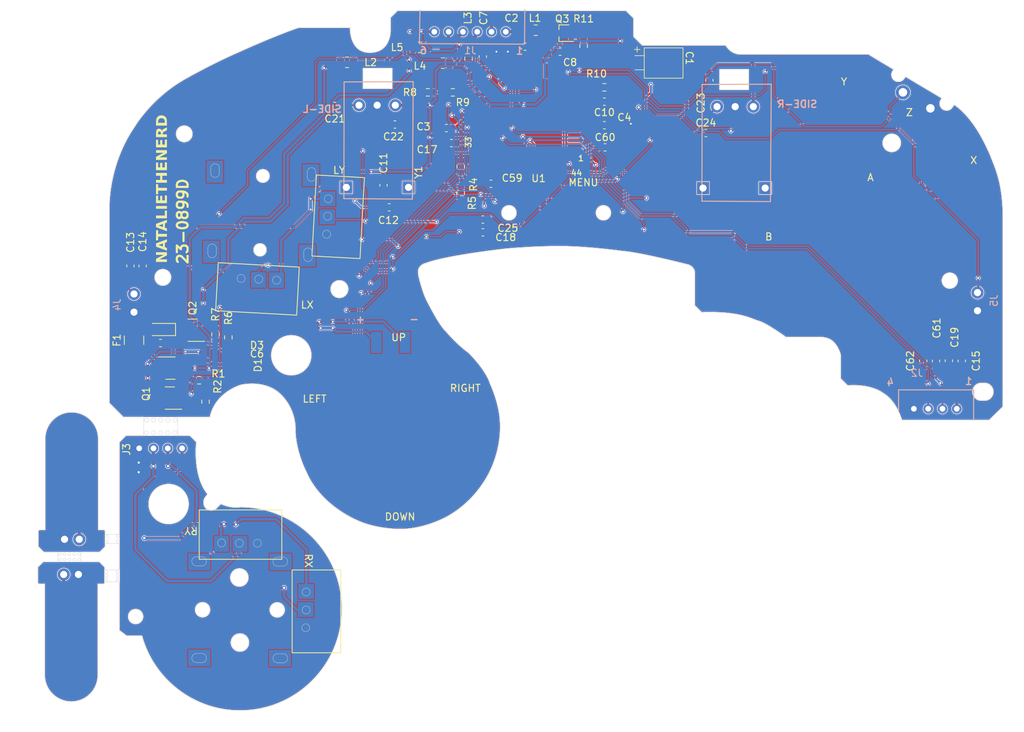
<source format=kicad_pcb>
(kicad_pcb (version 20240108) (generator "pcbnew") (generator_version "8.0")
  (layers (0 "F.Cu" signal) (1 "In1.Cu" signal) (2 "In2.Cu" signal) (31 "B.Cu" signal) (34 "B.Paste" user) (35 "F.Paste" user) (36 "B.SilkS" user "B.Silkscreen") (37 "F.SilkS" user "F.Silkscreen") (38 "B.Mask" user) (39 "F.Mask" user) (44 "Edge.Cuts" user))
  (net 0 "")
  (net 1 "Net-(U1-Analog_Y)")
  (net 2 "Net-(U1-Analog_X)")
  (net 3 "Net-(D1-A)")
  (net 4 "Net-(D1-K)")
  (net 5 "Net-(U1-TP1)")
  (net 6 "Net-(U1-TP21)")
  (net 7 "Net-(U1-TP37)")
  (net 8 "Net-(J2-Pin_2)")
  (net 9 "Net-(U1-TP12)")
  (net 10 "Net-(D3-K)")
  (net 11 "Net-(D3-A)")
  (net 12 "Net-(J1-Pin_5)")
  (net 13 "Net-(J1-Pin_4)")
  (net 14 "Net-(J8-Pin_1)")
  (net 15 "Net-(J5-Pin_2)")
  (net 16 "Net-(J7-Pin_1)")
  (net 17 "Net-(Q3-C)")
  (net 18 "Net-(J1-Pin_1)")
  (net 19 "Net-(Q2-E)")
  (net 20 "Net-(J1-Pin_2)")
  (net 21 "Net-(Q1-B)")
  (net 22 "Net-(Q2-B)")
  (net 23 "Net-(Q3-B)")
  (net 24 "Net-(U1-TP17)")
  (net 25 "Net-(U1-XTAL2)")
  (net 26 "Net-(U1-XTAL1)")
  (net 27 "Net-(R5-Pad1)")
  (net 28 "Net-(U1-TP36)")
  (net 29 "Net-(U1-TP22)")
  (net 30 "Net-(SW5-A)")
  (net 31 "Net-(SW6-A)")
  (net 32 "Net-(SW11-A)")
  (net 33 "Net-(SW4-A)")
  (net 34 "Net-(SW3-A)")
  (net 35 "Net-(SW2-A)")
  (net 36 "Net-(SW1-A)")
  (net 37 "Net-(SW7-A)")
  (net 38 "Net-(SW8-A)")
  (net 39 "Net-(SW9-A)")
  (net 40 "+3.3V")
  (net 41 "GND")
  (net 45 "Net-(J2-Pin_3)")
  (net 46 "Net-(J3-Pin_2)")
  (net 47 "Net-(J3-Pin_3)")
  (net 48 "Net-(J4-Pin_2)")
  (net 49 "Net-(J1-Pin_3)")
  (footprint "GCC:GCC_CStick" (layer "F.Cu") (at 89.148481 125.01035)
    (property "Reference" "SW10" (hide yes))
    (property "Value" "3D161")
    (fp_circle (center -5.339321 6.176401) (end -5.339321 5.176401) (stroke (width 0.05)) (fill none) (layer "Edge.Cuts"))
    (fp_circle (center -2.679091 -3.180229) (end -2.129091 -3.180229) (stroke (width 0.05)) (fill none) (layer "Edge.Cuts"))
    (fp_circle (center -0.191345 -3.1322) (end 0.358655 -3.1322) (stroke (width 0.05)) (fill none) (layer "Edge.Cuts"))
    (fp_circle (center 2.328612 -3.1322) (end 2.878612 -3.1322) (stroke (width 0.05)) (fill none) (layer "Edge.Cuts"))
    (fp_circle (center 5.102524 6.198997) (end 6.102524 6.198997) (stroke (width 0.05)) (fill none) (layer "Edge.Cuts"))
    (fp_circle (center 9.099081 8.702849) (end 9.649081 8.702849) (stroke (width 0.05)) (fill none) (layer "Edge.Cuts"))
    (fp_circle (center 9.14711 3.695146) (end 9.69711 3.695146) (stroke (width 0.05)) (fill none) (layer "Edge.Cuts"))
    (fp_circle (center 9.14711 6.215103) (end 9.69711 6.215103) (stroke (width 0.05)) (fill none) (layer "Edge.Cuts"))
    (fp_poly (pts (xy -5.437022 -1.237022) (xy -6.205494 -1.237022) (xy -6.333458 -1.224021) (xy -6.394384 -1.208259) (xy -6.452837 -1.186757) (xy -6.508491 -1.159844) (xy -6.561019 -1.127845) (xy -6.610094 -1.091087) (xy -6.65539 -1.049897) (xy -6.696581 -1.004601) (xy -6.733338 -0.955526) (xy -6.765337 -0.902998) (xy -6.79225 -0.847344) (xy -6.813752 -0.78889) (xy -6.829514 -0.727964) (xy -6.839211 -0.664892) (xy -6.842516 -0.599999) (xy -6.829514 -0.472035) (xy -6.813752 -0.411109) (xy -6.79225 -0.352656) (xy -6.765337 -0.297002) (xy -6.733338 -0.244474) (xy -6.696581 -0.195399) (xy -6.65539 -0.150103) (xy -6.610094 -0.108912) (xy -6.561019 -0.072155) (xy -6.508491 -0.040156) (xy -6.452837 -0.013243) (xy -6.394384 0.008259) (xy -6.333458 0.024021) (xy -6.270385 0.033718) (xy -6.205494 0.037023) (xy -5.437022 0.037023) (xy -5.309057 0.024021) (xy -5.248131 0.008259) (xy -5.189678 -0.013243) (xy -5.134024 -0.040156) (xy -5.081496 -0.072155) (xy -5.032421 -0.108913) (xy -4.987125 -0.150103) (xy -4.945934 -0.195399) (xy -4.909177 -0.244474) (xy -4.877178 -0.297002) (xy -4.850265 -0.352656) (xy -4.828763 -0.41111) (xy -4.813001 -0.472036) (xy -4.803304 -0.535108) (xy -4.8 -0.6) (xy -4.813001 -0.727965) (xy -4.828763 -0.788891) (xy -4.850265 -0.847344) (xy -4.877178 -0.902998) (xy -4.909177 -0.955526) (xy -4.945934 -1.004601) (xy -4.987125 -1.049897) (xy -5.032421 -1.091088) (xy -5.081496 -1.127845) (xy -5.134024 -1.159844) (xy -5.189678 -1.186757) (xy -5.248131 -1.208259) (xy -5.309057 -1.224021) (xy -5.37213 -1.233718)) (stroke (width 0.05)) (fill none) (layer "Edge.Cuts"))
    (fp_poly (pts (xy -5.430251 12.299581) (xy -6.198723 12.299581) (xy -6.326687 12.312582) (xy -6.387613 12.328344) (xy -6.446066 12.349846) (xy -6.50172 12.376759) (xy -6.554248 12.408758) (xy -6.603323 12.445516) (xy -6.648619 12.486706) (xy -6.68981 12.532002) (xy -6.726567 12.581077) (xy -6.758566 12.633605) (xy -6.785479 12.689259) (xy -6.806981 12.747713) (xy -6.822743 12.808639) (xy -6.83244 12.871711) (xy -6.835745 12.936604) (xy -6.822743 13.064568) (xy -6.806981 13.125494) (xy -6.785479 13.183947) (xy -6.758566 13.239601) (xy -6.726567 13.292129) (xy -6.68981 13.341204) (xy -6.648619 13.3865) (xy -6.603323 13.427691) (xy -6.554248 13.464448) (xy -6.50172 13.496447) (xy -6.446066 13.52336) (xy -6.387613 13.544862) (xy -6.326687 13.560624) (xy -6.263614 13.570321) (xy -6.198723 13.573626) (xy -5.430251 13.573626) (xy -5.302286 13.560624) (xy -5.24136 13.544862) (xy -5.182907 13.52336) (xy -5.127253 13.496447) (xy -5.074725 13.464448) (xy -5.02565 13.42769) (xy -4.980354 13.3865) (xy -4.939163 13.341204) (xy -4.902406 13.292129) (xy -4.870407 13.239601) (xy -4.843494 13.183947) (xy -4.821992 13.125493) (xy -4.80623 13.064567) (xy -4.796533 13.001495) (xy -4.793229 12.936603) (xy -4.80623 12.808638) (xy -4.821992 12.747712) (xy -4.843494 12.689259) (xy -4.870407 12.633605) (xy -4.902406 12.581077) (xy -4.939163 12.532002) (xy -4.980354 12.486706) (xy -5.02565 12.445515) (xy -5.074725 12.408758) (xy -5.127253 12.376759) (xy -5.182907 12.349846) (xy -5.24136 12.328344) (xy -5.302286 12.312582) (xy -5.365359 12.302885)) (stroke (width 0.05)) (fill none) (layer "Edge.Cuts"))
    (fp_poly (pts (xy 5.918183 -1.195854) (xy 5.149711 -1.195854) (xy 5.021747 -1.182853) (xy 4.960821 -1.167091) (xy 4.902368 -1.145589) (xy 4.846714 -1.118676) (xy 4.794186 -1.086677) (xy 4.745111 -1.049919) (xy 4.699815 -1.008729) (xy 4.658624 -0.963433) (xy 4.621867 -0.914358) (xy 4.589868 -0.86183) (xy 4.562955 -0.806176) (xy 4.541453 -0.747722) (xy 4.525691 -0.686796) (xy 4.515994 -0.623724) (xy 4.512689 -0.558831) (xy 4.525691 -0.430867) (xy 4.541453 -0.369941) (xy 4.562955 -0.311488) (xy 4.589868 -0.255834) (xy 4.621867 -0.203306) (xy 4.658624 -0.154231) (xy 4.699815 -0.108935) (xy 4.745111 -0.067744) (xy 4.794186 -0.030987) (xy 4.846714 0.001012) (xy 4.902368 0.027925) (xy 4.960821 0.049427) (xy 5.021747 0.065189) (xy 5.08482 0.074886) (xy 5.149711 0.078191) (xy 5.918183 0.078191) (xy 6.046148 0.065189) (xy 6.107074 0.049427) (xy 6.165527 0.027925) (xy 6.221181 0.001012) (xy 6.273709 -0.030987) (xy 6.322784 -0.067745) (xy 6.36808 -0.108935) (xy 6.409271 -0.154231) (xy 6.446028 -0.203306) (xy 6.478027 -0.255834) (xy 6.50494 -0.311488) (xy 6.526442 -0.369942) (xy 6.542204 -0.430868) (xy 6.551901 -0.49394) (xy 6.555205 -0.558832) (xy 6.542204 -0.686797) (xy 6.526442 -0.747723) (xy 6.50494 -0.806176) (xy 6.478027 -0.86183) (xy 6.446028 -0.914358) (xy 6.409271 -0.963433) (xy 6.36808 -1.008729) (xy 6.322784 -1.04992) (xy 6.273709 -1.086677) (xy 6.221181 -1.118676) (xy 6.165527 -1.145589) (xy 6.107074 -1.167091) (xy 6.046148 -1.182853) (xy 5.983075 -1.19255)) (stroke (width 0.05)) (fill none) (layer "Edge.Cuts"))
    (fp_poly (pts (xy 5.921553 12.336656) (xy 5.153081 12.336656) (xy 5.025117 12.349657) (xy 4.964191 12.365419) (xy 4.905738 12.386921) (xy 4.850084 12.413834) (xy 4.797556 12.445833) (xy 4.748481 12.482591) (xy 4.703185 12.523781) (xy 4.661994 12.569077) (xy 4.625237 12.618152) (xy 4.593238 12.67068) (xy 4.566325 12.726334) (xy 4.544823 12.784788) (xy 4.529061 12.845714) (xy 4.519364 12.908786) (xy 4.516059 12.973679) (xy 4.529061 13.101643) (xy 4.544823 13.162569) (xy 4.566325 13.221022) (xy 4.593238 13.276676) (xy 4.625237 13.329204) (xy 4.661994 13.378279) (xy 4.703185 13.423575) (xy 4.748481 13.464766) (xy 4.797556 13.501523) (xy 4.850084 13.533522) (xy 4.905738 13.560435) (xy 4.964191 13.581937) (xy 5.025117 13.597699) (xy 5.08819 13.607396) (xy 5.153081 13.610701) (xy 5.921553 13.610701) (xy 6.049518 13.597699) (xy 6.110444 13.581937) (xy 6.168897 13.560435) (xy 6.224551 13.533522) (xy 6.277079 13.501523) (xy 6.326154 13.464765) (xy 6.37145 13.423575) (xy 6.412641 13.378279) (xy 6.449398 13.329204) (xy 6.481397 13.276676) (xy 6.50831 13.221022) (xy 6.529812 13.162568) (xy 6.545574 13.101642) (xy 6.555271 13.03857) (xy 6.558575 12.973678) (xy 6.545574 12.845713) (xy 6.529812 12.784787) (xy 6.50831 12.726334) (xy 6.481397 12.67068) (xy 6.449398 12.618152) (xy 6.412641 12.569077) (xy 6.37145 12.523781) (xy 6.326154 12.48259) (xy 6.277079 12.445833) (xy 6.224551 12.413834) (xy 6.168897 12.386921) (xy 6.110444 12.365419) (xy 6.049518 12.349657) (xy 5.986445 12.33996)) (stroke (width 0.05)) (fill none) (layer "Edge.Cuts"))
  )
  (footprint "Resistor_SMD:R_0805_2012Metric" (layer "F.Cu") (at 117.42 54.66 180)
    (property "Reference" "L4")
    (property "Value" "FerriteBead_Small")
  )
  (footprint "" (layer "F.Cu") (at 181.79 58.76)
    (property "Reference" "")
    (property "Value" "")
  )
  (footprint "Capacitor_SMD:C_0603_1608Metric" (layer "F.Cu") (at 184.62 96.36 90)
    (property "Reference" "C62")
    (property "Value" "50nF")
  )
  (footprint "GCC:GCC_DPad" (layer "F.Cu") (at 123.428066 105.56 -90)
    (property "Reference" "SW7" (hide yes))
    (property "Value" "SW_SPST")
  )
  (footprint "Connector_PinSocket_2.00mm:PinSocket_1x06_P2.00mm_Vertical" (layer "F.Cu") (at 126.23 50.28 -90)
    (property "Reference" "J1" (hide yes))
    (property "Value" "Controller Connector" (hide yes))
  )
  (footprint "" (layer "F.Cu") (at 103.92 72.06)
    (property "Reference" "")
    (property "Value" "")
  )
  (footprint "Crystal:Resonator_SMD_Murata_CSTxExxV-3Pin_3.0x1.1mm" (layer "F.Cu") (at 116.72 70.66 -90)
    (property "Reference" "Y1")
    (property "Value" "Crystal_GND3_Small" (hide yes))
  )
  (footprint "Resistor_SMD:R_0603_1608Metric" (layer "F.Cu") (at 84.22 102.06 -90)
    (property "Reference" "R2")
    (property "Value" "220")
  )
  (footprint "" (layer "F.Cu") (at 185.63 61)
    (property "Reference" "")
    (property "Value" "")
  )
  (footprint "Capacitor_SMD:C_0603_1608Metric" (layer "F.Cu") (at 75.42 83.06 -90)
    (property "Reference" "C14")
    (property "Value" "100nF")
  )
  (footprint "GCC:GCC_DPad" (layer "F.Cu") (at 60.983902 137.08307 90)
    (property "Reference" "J4" (hide yes))
    (property "Value" "L")
  )
  (footprint "" (layer "F.Cu") (at 162.52 72.16)
    (property "Reference" "")
    (property "Value" "")
  )
  (footprint "Capacitor_SMD:C_0603_1608Metric" (layer "F.Cu") (at 118.62 65.86 180)
    (property "Reference" "C17")
    (property "Value" "100nF")
  )
  (footprint "Resistor_SMD:R_0603_1608Metric" (layer "F.Cu") (at 115.32 58.76 180)
    (property "Reference" "R8")
    (property "Value" "750")
  )
  (footprint "Package_TO_SOT_SMD:SOT-23" (layer "F.Cu") (at 82.42 92.06 180)
    (property "Reference" "Q2")
    (property "Value" "2SD1781K")
  )
  (footprint "Resistor_SMD:R_0603_1608Metric" (layer "F.Cu") (at 119.92 69.16 90)
    (property "Reference" "R4")
    (property "Value" "1M")
  )
  (footprint "" (layer "F.Cu") (at 153.82 72.16)
    (property "Reference" "")
    (property "Value" "")
  )
  (footprint "Capacitor_SMD:C_0603_1608Metric" (layer "F.Cu") (at 117.92 63.76 180)
    (property "Reference" "C3")
    (property "Value" "100nF")
  )
  (footprint "Resistor_SMD:R_0805_2012Metric" (layer "F.Cu") (at 130.42 50.06 180)
    (property "Reference" "L1")
    (property "Value" "FerriteBead_Small")
  )
  (footprint "GCC:GCC_Joystick" (layer "F.Cu") (at 93.945 66.11)
    (property "Reference" "SW13" (hide yes))
    (property "Value" "3D161")
    (fp_line (start -9.39358 15.171748) (end -9.39358 14.497927) (stroke (width 0.05)) (layer "Edge.Cuts"))
    (fp_line (start -8.985804 3.927547) (end -8.985804 3.253726) (stroke (width 0.05)) (layer "Edge.Cuts"))
    (fp_line (start -8.205884 14.513469) (end -8.205884 15.18729) (stroke (width 0.05)) (layer "Edge.Cuts"))
    (fp_line (start -7.798108 3.269268) (end -7.798108 3.943089) (stroke (width 0.05)) (layer "Edge.Cuts"))
    (fp_line (start 4.019298 15.710643) (end 4.019298 15.036822) (stroke (width 0.05)) (layer "Edge.Cuts"))
    (fp_line (start 4.514196 4.477547) (end 4.514196 3.803726) (stroke (width 0.05)) (layer "Edge.Cuts"))
    (fp_line (start 5.206994 15.052364) (end 5.206994 15.726185) (stroke (width 0.05)) (layer "Edge.Cuts"))
    (fp_line (start 5.701892 3.819268) (end 5.701892 4.493089) (stroke (width 0.05)) (layer "Edge.Cuts"))
    (fp_arc (start -9.39358 14.497927) (mid -8.791688 13.891016) (end -8.205884 14.513469) (stroke (width 0.05)) (layer "Edge.Cuts"))
    (fp_arc (start -8.985804 3.253726) (mid -8.383912 2.646815) (end -7.798108 3.269268) (stroke (width 0.05)) (layer "Edge.Cuts"))
    (fp_arc (start -8.205884 15.18729) (mid -8.807776 15.794201) (end -9.39358 15.171748) (stroke (width 0.05)) (layer "Edge.Cuts"))
    (fp_arc (start -7.798108 3.943089) (mid -8.4 4.55) (end -8.985804 3.927547) (stroke (width 0.05)) (layer "Edge.Cuts"))
    (fp_arc (start 4.019298 15.036822) (mid 4.621185 14.429913) (end 5.206994 15.052364) (stroke (width 0.05)) (layer "Edge.Cuts"))
    (fp_arc (start 4.514196 3.803726) (mid 5.116086 3.196821) (end 5.701892 3.819268) (stroke (width 0.05)) (layer "Edge.Cuts"))
    (fp_arc (start 5.206994 15.726185) (mid 4.605104 16.333089) (end 4.019298 15.710643) (stroke (width 0.05)) (layer "Edge.Cuts"))
    (fp_arc (start 5.701892 4.493089) (mid 5.100005 5.099997) (end 4.514196 4.477547) (stroke (width 0.05)) (layer "Edge.Cuts"))
    (fp_circle (center -4.75 18.7) (end -4.190499 18.7) (stroke (width 0.05)) (fill none) (layer "Edge.Cuts"))
    (fp_circle (center -2.279378 18.803225) (end -1.719877 18.803225) (stroke (width 0.05)) (fill none) (layer "Edge.Cuts"))
    (fp_circle (center -2.1 14.7) (end -1.25 14.75) (stroke (width 0.05)) (fill none) (layer "Edge.Cuts"))
    (fp_circle (center -1.7 4.35) (end -0.81342 4.35) (stroke (width 0.05)) (fill none) (layer "Edge.Cuts"))
    (fp_circle (center 0.211407 18.943551) (end 0.770908 18.943551) (stroke (width 0.05)) (fill none) (layer "Edge.Cuts"))
    (fp_circle (center 7.219203 12.510954) (end 7.778704 12.510954) (stroke (width 0.05)) (fill none) (layer "Edge.Cuts"))
    (fp_circle (center 7.348967 9.991514) (end 7.908468 9.991514) (stroke (width 0.05)) (fill none) (layer "Edge.Cuts"))
    (fp_circle (center 7.45 7.55) (end 8.009501 7.55) (stroke (width 0.05)) (fill none) (layer "Edge.Cuts"))
  )
  (footprint "Connector_PinHeader_2.00mm:PinHeader_1x04_P2.00mm_Vertical" (layer "F.Cu") (at 183.32 103.06 90)
    (property "Reference" "J2")
    (property "Value" "C Stick Jumper" (hide yes))
  )
  (footprint "Connector_PinHeader_2.54mm:PinHeader_1x03_P2.54mm_Vertical" (layer "F.Cu") (at 155.78 60.76 90)
    (property "Reference" "J7" (hide yes))
    (property "Value" "R Analog" (hide yes))
  )
  (footprint "Resistor_SMD:R_0805_2012Metric" (layer "F.Cu") (at 104.02 54.56 180)
    (property "Reference" "L2")
    (property "Value" "FerriteBead_Small")
  )
  (footprint "Connector_PinHeader_2.00mm:PinHeader_1x04_P2.00mm_Vertical" (layer "F.Cu") (at 74.94 108.59 90)
    (property "Reference" "J3")
    (property "Value" "C Stick Jumper" (hide yes))
  )
  (footprint "Resistor_SMD:R_0603_1608Metric" (layer "F.Cu") (at 83.32 99.06)
    (property "Reference" "R1")
    (property "Value" "10K")
  )
  (footprint "Package_TO_SOT_SMD:SOT-23" (layer "F.Cu") (at 79.32 97.36)
    (property "Reference" "D1")
    (property "Value" "MA720")
  )
  (footprint "Resistor_SMD:R_0805_2012Metric" (layer "F.Cu") (at 114.22 52.46)
    (property "Reference" "L5")
    (property "Value" "FerriteBead_Small")
  )
  (footprint "Capacitor_SMD:C_0603_1608Metric" (layer "F.Cu") (at 109.92 74.86)
    (property "Reference" "C12")
    (property "Value" "100nF")
  )
  (footprint "GCC:GCC_DPad" (layer "F.Cu") (at 107.728066 105.570037 -90)
    (property "Reference" "SW2" (hide yes))
    (property "Value" "SW_SPST")
  )
  (footprint "" (layer "F.Cu") (at 112.62 72.06)
    (property "Reference" "")
    (property "Value" "")
  )
  (footprint "Capacitor_SMD:C_0603_1608Metric" (layer "F.Cu") (at 140.12 66.46 180)
    (property "Reference" "C60")
    (property "Value" "330pF")
  )
  (footprint "" (layer "F.Cu") (at 64.384285 126.253107 -90)
    (property "Reference" "")
    (property "Value" "")
  )
  (footprint "GCC:GCC_ABXY" (layer "F.Cu") (at 188.519637 64.250788)
    (property "Reference" "SW3" (hide yes))
    (property "Value" "SW_SPST")
  )
  (footprint "Capacitor_SMD:C_0603_1608Metric" (layer "F.Cu") (at 73.72 83.06 -90)
    (property "Reference" "C13")
    (property "Value" "100nF")
  )
  (footprint "GCC:GCC_Start" (layer "F.Cu") (at 133.37 67.81)
    (property "Reference" "SW9" (hide yes))
    (property "Value" "SW_SPST")
  )
  (footprint "Capacitor_SMD:C_0603_1608Metric" (layer "F.Cu") (at 123.02 78.36 180)
    (property "Reference" "C18")
    (property "Value" "50nF")
  )
  (footprint "" (layer "F.Cu") (at 66.441968 126.253107 -90)
    (property "Reference" "")
    (property "Value" "")
  )
  (footprint "Resistor_SMD:R_0603_1608Metric" (layer "F.Cu") (at 121.02 54.06 -90)
    (property "Reference" "L3")
    (property "Value" "FerriteBead_Small")
  )
  (footprint "Capacitor_SMD:C_0603_1608Metric" (layer "F.Cu") (at 123.02 53.76 90)
    (property "Reference" "C7")
    (property "Value" "500nF")
  )
  (footprint "" (layer "F.Cu") (at 64.5 121.33 -90)
    (property "Reference" "")
    (property "Value" "")
  )
  (footprint "GCC:GCC_ABXY" (layer "F.Cu") (at 159.283758 75.542425)
    (property "Reference" "SW5" (hide yes))
    (property "Value" "SW_SPST")
  )
  (footprint "Capacitor_SMD:C_0603_1608Metric" (layer "F.Cu") (at 133.82 53.06)
    (property "Reference" "C8")
    (property "Value" "22pF")
  )
  (footprint "Capacitor_SMD:C_0603_1608Metric" (layer "F.Cu") (at 140.02 60.06)
    (property "Reference" "C10")
    (property "Value" "100nF")
  )
  (footprint "GCC:GCC_ABXY" (layer "F.Cu") (at 170.486524 53.666186)
    (property "Reference" "SW4" (hide yes))
    (property "Value" "SW_SPST")
  )
  (footprint "GCC:GCC_DPad" (layer "F.Cu") (at 69.926159 110.641518 -90)
    (property "Reference" "J5" (hide yes))
    (property "Value" "R")
  )
  (footprint "Resistor_SMD:R_0603_1608Metric" (layer "F.Cu") (at 140.02 58.06 180)
    (property "Reference" "R10")
    (property "Value" "390K")
  )
  (footprint "Capacitor_SMD:C_0603_1608Metric" (layer "F.Cu") (at 123.02 76.56 180)
    (property "Reference" "C25")
    (property "Value" "50nF")
  )
  (footprint "Capacitor_SMD:C_0603_1608Metric" (layer "F.Cu") (at 190.02 96.36 90)
    (property "Reference" "C15")
    (property "Value" "100nF")
  )
  (footprint "" (layer "F.Cu") (at 66.557683 121.33 -90)
    (property "Reference" "")
    (property "Value" "")
  )
  (footprint "Resistor_SMD:R_0603_1608Metric" (layer "F.Cu") (at 85.62 92.66 90)
    (property "Reference" "R7")
    (property "Value" "220")
  )
  (footprint "Fuse:Fuse_1210_3225Metric" (layer "F.Cu") (at 74.22 93.46 -90)
    (property "Reference" "F1")
    (property "Value" "ICP-S0.7TN")
  )
  (footprint "Package_TO_SOT_SMD:SOT-323_SC-70" (layer "F.Cu") (at 134.391776 50.475344 180)
    (property "Reference" "Q3")
    (property "Value" "2SC3757")
  )
  (footprint "Capacitor_SMD:C_0603_1608Metric" (layer "F.Cu") (at 188.22 96.335 90)
    (property "Reference" "C19")
    (property "Value" "100nF")
  )
  (footprint "Resistor_SMD:R_0603_1608Metric" (layer "F.Cu") (at 87.42 93.06 90)
    (property "Reference" "R6")
    (property "Value" "220")
  )
  (footprint "Resistor_SMD:R_0603_1608Metric" (layer "F.Cu") (at 137.12 52.26 -90)
    (property "Reference" "R11")
    (property "Value" "220")
  )
  (footprint "Connector_PinHeader_2.54mm:PinHeader_1x02_P2.54mm_Vertical" (layer "F.Cu") (at 74.22 89.53 180)
    (property "Reference" "SW10" (hide yes))
    (property "Value" "SW_SPST")
  )
  (footprint "Capacitor_SMD:C_0603_1608Metric" (layer "F.Cu") (at 154.22 64.46)
    (property "Reference" "C24")
    (property "Value" "100nF")
  )
  (footprint "Capacitor_SMD:C_0603_1608Metric" (layer "F.Cu") (at 186.42 96.36 90)
    (property "Reference" "C61")
    (property "Value" "50nF")
  )
  (footprint "Connector_PinHeader_2.54mm:PinHeader_1x02_P2.54mm_Vertical" (layer "F.Cu") (at 192.22 89.33 180)
    (property "Reference" "SW12" (hide yes))
    (property "Value" "SW_SPST" (hide yes))
  )
  (footprint "Resistor_SMD:R_0603_1608Metric" (layer "F.Cu") (at 118.82 58.76)
    (property "Reference" "R9")
    (property "Value" "100")
  )
  (footprint "Capacitor_SMD:C_0603_1608Metric" (layer "F.Cu") (at 110.72 63.26 180)
    (property "Reference" "C22")
    (property "Value" "100nF")
  )
  (footprint "GCC:GCC_CPU" (layer "F.Cu") (at 129.42 52.31)
    (property "Reference" "U1")
    (property "Value" "GCC CPU")
  )
  (footprint "Diode_SMD:D_SOD-323_HandSoldering" (layer "F.Cu") (at 78.02 91.96 180)
    (property "Reference" "D3")
    (property "Value" "D_Small")
  )
  (footprint "Package_TO_SOT_SMD:SOT-23" (layer "F.Cu") (at 79.22 101.56 180)
    (property "Reference" "Q1")
    (property "Value" "2SB0970")
  )
  (footprint "GCC:GCC_DPad" (layer "F.Cu") (at 111.12 109.016)
    (property "Reference" "SW8" (hide yes))
    (property "Value" "SW_SPST")
  )
  (footprint "GCC:GCC_DPad" (layer "F.Cu") (at 111.12 93.141)
    (property "Reference" "SW1" (hide yes))
    (property "Value" "SW_SPST")
  )
  (footprint "GCC:GCC_ABXY" (layer "F.Cu") (at 174.386524 67.766186)
    (property "Reference" "SW6" (hide yes))
    (property "Value" "SW_SPST")
  )
  (footprint "Capacitor_SMD:C_0603_1608Metric" (layer "F.Cu") (at 124.145 71.56 180)
    (property "Reference" "C59")
    (property "Value" "100nF")
  )
  (footprint "Capacitor_SMD:C_0603_1608Metric" (layer "F.Cu") (at 77.92 93.86)
    (property "Reference" "C6")
    (property "Value" "100nF")
  )
  (footprint "Capacitor_SMD:C_0603_1608Metric" (layer "F.Cu") (at 140.02 63.36)
    (property "Reference" "C4")
    (property "Value" "100nF")
  )
  (footprint "Resistor_SMD:R_0603_1608Metric" (layer "F.Cu") (at 119.92 72.86 90)
    (property "Reference" "R5")
    (property "Value" "660")
  )
  (footprint "Capacitor_SMD:C_0603_1608Metric" (layer "F.Cu") (at 154.72 57.06 -90)
    (property "Reference" "C23")
    (property "Value" "100nF")
  )
  (footprint "Capacitor_SMD:C_0603_1608Metric" (layer "F.Cu") (at 102.32 60.66 180)
    (property "Reference" "C21")
    (property "Value" "100nF")
  )
  (footprint "Connector_PinHeader_2.54mm:PinHeader_1x03_P2.54mm_Vertical" (layer "F.Cu") (at 105.695 60.56 90)
    (property "Reference" "J8" (hide yes))
    (property "Value" "L Analog" (hide yes))
  )
  (footprint "GCC:GCC_cap" (layer "F.Cu") (at 145.280441 48.53)
    (property "Reference" "C1")
    (property "Value" "47uF")
  )
  (footprint "Capacitor_SMD:C_0603_1608Metric" (layer "F.Cu") (at 109.12 71.76 -90)
    (property "Reference" "C11")
    (property "Value" "100nF")
  )
  (footprint "Capacitor_SMD:C_0603_1608Metric" (layer "F.Cu") (at 128.92 52.36 180)
    (property "Reference" "C2")
    (property "Value" "100nF")
  )
  (footprint "" (layer "B.Cu") (at 108.12 93.76 180)
    (property "Reference" "")
    (property "Value" "")
  )
  (footprint "" (layer "B.Cu") (at 112.12 93.76 180)
    (property "Reference" "")
    (property "Value" "")
  )
  (gr_line (start 163.37 57.62) (end 163.25 74.05) (stroke (width 0.15)) (layer "B.SilkS"))
  (gr_line (start 153.7 57.65) (end 163.37 57.62) (stroke (width 0.15)) (layer "B.SilkS"))
  (gr_line (start 191.68 100.41) (end 181.18 100.41) (stroke (width 0.15)) (layer "B.SilkS"))
  (gr_line (start 114.14 51.94) (end 128.85 52.01) (stroke (width 0.15)) (layer "B.SilkS"))
  (gr_line (start 128.85 52.01) (end 128.89 47.17) (stroke (width 0.15)) (layer "B.SilkS"))
  (gr_line (start 153.67 73.99) (end 153.7 57.65) (stroke (width 0.15)) (layer "B.SilkS"))
  (gr_line (start 113.28 57.27) (end 113.16 73.7) (stroke (width 0.15)) (layer "B.SilkS"))
  (gr_line (start 163.25 74.05) (end 153.67 73.99) (stroke (width 0.15)) (layer "B.SilkS"))
  (gr_line (start 181.18 100.41) (end 181.18 103.38) (stroke (width 0.15)) (layer "B.SilkS"))
  (gr_line (start 114.23 47.27) (end 114.14 51.94) (stroke (width 0.15)) (layer "B.SilkS"))
  (gr_line (start 103.61 57.3) (end 113.28 57.27) (stroke (width 0.15)) (layer "B.SilkS"))
  (gr_line (start 113.16 73.7) (end 103.58 73.64) (stroke (width 0.15)) (layer "B.SilkS"))
  (gr_line (start 103.58 73.64) (end 103.61 57.3) (stroke (width 0.15)) (layer "B.SilkS"))
  (gr_line (start 191.68 104.59) (end 191.68 100.41) (stroke (width 0.15)) (layer "B.SilkS"))
  (gr_curve (pts (xy 123.262352 113.205934) (xy 125.958743 108.959119) (xy 125.446429 104.68534) (xy 125.446429 104.68534)) (stroke (width 0.05)) (layer "Edge.Cuts"))
  (gr_circle (center 78.252851 84.657898) (end 79.35163 84.657898) (stroke (width 0.05)) (fill none) (layer "Edge.Cuts"))
  (gr_line (start 82.049837 106.775554) (end 80.35 106.775554) (stroke (width 0.05)) (layer "Edge.Cuts"))
  (gr_circle (center 79.060214 116.38931) (end 81.810214 116.38931) (stroke (width 0.05)) (fill none) (layer "Edge.Cuts"))
  (gr_line (start 69.250897 107.262376) (end 69.250874 119.971693) (stroke (width 0.05)) (layer "Edge.Cuts"))
  (gr_circle (center 81.245845 64.569788) (end 82.344624 64.569788) (stroke (width 0.05)) (fill none) (layer "Edge.Cuts"))
  (gr_line (start 187.294379 59.572137) (end 182.156943 56.514321) (stroke (width 0.05)) (layer "Edge.Cuts"))
  (gr_circle (center 63.865739 124.194397) (end 64.065739 124.194397) (stroke (width 0.05)) (fill none) (layer "Edge.Cuts"))
  (gr_line (start 75.57 104.27) (end 75.57 106.775554) (stroke (width 0.05)) (layer "Edge.Cuts"))
  (gr_circle (center 79.965 104.64) (end 80.265 104.64) (stroke (width 0.05)) (fill none) (layer "Edge.Cuts"))
  (gr_line (start 80.35 104.27077) (end 84.865749 104.27077) (stroke (width 0.05)) (layer "Edge.Cuts"))
  (gr_curve (pts (xy 159.124348 53.39999) (xy 157.668297 53.39999) (xy 157.021163 52.146168) (xy 157.021163 52.146168)) (stroke (width 0.05)) (layer "Edge.Cuts"))
  (gr_line (start 152.632787 88.613166) (end 153.608544 89.588923) (stroke (width 0.05)) (layer "Edge.Cuts"))
  (gr_line (start 145.352533 52.146168) (end 144.139157 50.932792) (stroke (width 0.05)) (layer "Edge.Cuts"))
  (gr_line (start 80.35 104.27) (end 80.35 106.775554) (stroke (width 0.05)) (layer "Edge.Cuts"))
  (gr_line (start 70.208093 121.9) (end 72.14 121.9) (stroke (width 0.05)) (layer "Edge.Cuts"))
  (gr_line (start 61.691094 127.611414) (end 60.895658 127.611414) (stroke (width 0.05)) (layer "Edge.Cuts"))
  (gr_circle (center 66.505739 124.194397) (end 66.705739 124.194397) (stroke (width 0.05)) (fill none) (layer "Edge.Cuts"))
  (gr_circle (center 76.9725 104.64) (end 77.2725 104.64) (stroke (width 0.05)) (fill none) (layer "Edge.Cuts"))
  (gr_circle (center 70.35 125.92) (end 70.35 125.72) (stroke (width 0.05)) (fill none) (layer "Edge.Cuts"))
  (gr_curve (pts (xy 110.06352 50.144098) (xy 110.06352 50.144098) (xy 110.103966 53.157315) (xy 107.212087 53.157315)) (stroke (width 0.05)) (layer "Edge.Cuts"))
  (gr_line (start 152.632787 83.926502) (end 152.632787 88.613166) (stroke (width 0.05)) (layer "Edge.Cuts"))
  (gr_line (start 63.565739 123.164397) (end 61.595739 123.164397) (stroke (width 0.05)) (layer "Edge.Cuts"))
  (gr_line (start 144.139157 50.932792) (end 144.139157 50.589002) (stroke (width 0.05)) (layer "Edge.Cuts"))
  (gr_curve (pts (xy 85.728712 116.949461) (xy 85.332847 117.345326) (xy 84.685068 117.345326) (xy 84.289204 116.949461)) (stroke (width 0.05)) (layer "Edge.Cuts"))
  (gr_line (start 193.215153 101.864241) (end 192.750024 101.864241) (stroke (width 0.05)) (layer "Edge.Cuts"))
  (gr_circle (center 70.44 121.61) (end 70.44 121.41) (stroke (width 0.05)) (fill none) (layer "Edge.Cuts"))
  (gr_curve (pts (xy 98.239847 111.803811) (xy 100.531779 117.196593) (xy 106.372835 119.094178) (xy 106.372835 119.094178)) (stroke (width 0.05)) (layer "Edge.Cuts"))
  (gr_line (start 180.406913 55.735442) (end 180.54882 55.544848) (stroke (width 0.05)) (layer "Edge.Cuts"))
  (gr_line (start 84.289202 115.368052) (end 84.557481 114.997298) (stroke (width 0.05)) (layer "Edge.Cuts"))
  (gr_circle (center 64.525739 124.194397) (end 64.725739 124.194397) (stroke (width 0.05)) (fill none) (layer "Edge.Cuts"))
  (gr_line (start 144.139157 50.589002) (end 144.139157 48.36448) (stroke (width 0.05)) (layer "Edge.Cuts"))
  (gr_curve (pts (xy 89.060453 116.776916) (xy 89.060453 116.776916) (xy 87.836966 116.999368) (xy 86.512364 116.382569)) (stroke (width 0.05)) (layer "Edge.Cuts"))
  (gr_curve (pts (xy 195.262724 71.115276) (xy 195.262724 71.115276) (xy 194.666147 68.415515) (xy 192.785415 64.987729)) (stroke (width 0.05)) (layer "Edge.Cuts"))
  (gr_line (start 69.185716 127.611414) (end 69.186742 140.326006) (stroke (width 0.05)) (layer "Edge.Cuts"))
  (gr_line (start 60.895658 127.611414) (end 60.733875 127.44963) (stroke (width 0.05)) (layer "Edge.Cuts"))
  (gr_curve (pts (xy 151.803647 82.930523) (xy 152.632787 83.304647) (xy 152.632787 83.926502) (xy 152.632787 83.926502)) (stroke (width 0.05)) (layer "Edge.Cuts"))
  (gr_line (start 110.299454 55.412171) (end 110.299454 58.202936) (stroke (width 0.05)) (layer "Edge.Cuts"))
  (gr_line (start 86.354947 116.323226) (end 85.728712 116.949461) (stroke (width 0.05)) (layer "Edge.Cuts"))
  (gr_line (start 63.565739 124.422932) (end 63.565739 123.164397) (stroke (width 0.05)) (layer "Edge.Cuts"))
  (gr_line (start 72.73 104.27) (end 75.57 104.27) (stroke (width 0.05)) (layer "Edge.Cuts"))
  (gr_circle (center 78.9675 104.64) (end 79.2675 104.64) (stroke (width 0.05)) (fill none) (layer "Edge.Cuts"))
  (gr_circle (center 70.35 126.98) (end 70.35 126.78) (stroke (width 0.05)) (fill none) (layer "Edge.Cuts"))
  (gr_curve (pts (xy 75.297363 134.865384) (xy 76.964789 140.900293) (xy 82.495116 145.331693) (xy 89.060453 145.331693)) (stroke (width 0.05)) (layer "Edge.Cuts"))
  (gr_line (start 156.1718 58.364719) (end 156.1718 55.573955) (stroke (width 0.05)) (layer "Edge.Cuts"))
  (gr_line (start 195.798631 102.784385) (end 195.798631 75.655324) (stroke (width 0.05)) (layer "Edge.Cuts"))
  (gr_line (start 165.388401 93.0521) (end 170.31774 93.0521) (stroke (width 0.05)) (layer "Edge.Cuts"))
  (gr_curve (pts (xy 69.186742 140.326006) (xy 69.186742 142.403406) (xy 67.529935 144.082196) (xy 65.452536 144.082196)) (stroke (width 0.05)) (layer "Edge.Cuts"))
  (gr_circle (center 139.887286 75.620777) (end 140.887478 75.620777) (stroke (width 0.05)) (fill none) (layer "Edge.Cuts"))
  (gr_curve (pts (xy 116.831461 118.747017) (xy 116.831461 118.747017) (xy 120.565962 117.45275) (xy 123.262352 113.205934)) (stroke (width 0.05)) (layer "Edge.Cuts"))
  (gr_circle (center 78.9475 106.42) (end 79.2475 106.42) (stroke (width 0.05)) (fill none) (layer "Edge.Cuts"))
  (gr_curve (pts (xy 125.446429 104.68534) (xy 125.298127 102.096805) (xy 124.057787 99.50827) (xy 124.057787 99.50827)) (stroke (width 0.05)) (layer "Edge.Cuts"))
  (gr_curve (pts (xy 74.349826 63.430563) (xy 70.527692 68.9312) (xy 70.734977 74.836295) (xy 70.734977 74.836295)) (stroke (width 0.05)) (layer "Edge.Cuts"))
  (gr_line (start 187.152472 59.762731) (end 187.294379 59.572137) (stroke (width 0.05)) (layer "Edge.Cuts"))
  (gr_line (start 70.734977 74.836295) (end 70.734977 102.273756) (stroke (width 0.05)) (layer "Edge.Cuts"))
  (gr_circle (center 71.93 121.6) (end 71.93 121.4) (stroke (width 0.05)) (fill none) (layer "Edge.Cuts"))
  (gr_circle (center 64.515739 123.384397) (end 64.715739 123.384397) (stroke (width 0.05)) (fill none) (layer "Edge.Cuts"))
  (gr_line (start 72.140602 107.717044) (end 72.140602 120.62) (stroke (width 0.05)) (layer "Edge.Cuts"))
  (gr_line (start 180.54882 55.544848) (end 176.981195 53.39999) (stroke (width 0.05)) (layer "Edge.Cuts"))
  (gr_circle (center 71.91 126.98) (end 71.91 126.78) (stroke (width 0.05)) (fill none) (layer "Edge.Cuts"))
  (gr_line (start 60.960816 119.971693) (end 61.756252 119.971693) (stroke (width 0.05)) (layer "Edge.Cuts"))
  (gr_curve (pts (xy 114.06766 84.46241) (xy 113.9261 83.643381) (xy 114.092939 83.441152) (xy 114.092939 83.441152)) (stroke (width 0.05)) (layer "Edge.Cuts"))
  (gr_curve (pts (xy 115.154643 87.784026) (xy 114.598512 86.707155) (xy 114.06766 84.46241) (xy 114.06766 84.46241)) (stroke (width 0.05)) (layer "Edge.Cuts"))
  (gr_circle (center 70.44 120.91) (end 70.44 120.71) (stroke (width 0.05)) (fill none) (layer "Edge.Cuts"))
  (gr_curve (pts (xy 124.057787 99.50827) (xy 123.4511 97.512941) (xy 121.010866 95.153599) (xy 121.010866 95.153599)) (stroke (width 0.05)) (layer "Edge.Cuts"))
  (gr_circle (center 65.835739 123.384397) (end 66.035739 123.384397) (stroke (width 0.05)) (fill none) (layer "Edge.Cuts"))
  (gr_circle (center 88.957136 126.679411) (end 90.17505 126.679411) (stroke (width 0.05)) (fill none) (layer "Edge.Cuts"))
  (gr_circle (center 65.845739 124.194397) (end 66.045739 124.194397) (stroke (width 0.05)) (fill none) (layer "Edge.Cuts"))
  (gr_curve (pts (xy 161.571323 90.787131) (xy 162.713918 91.105643) (xy 165.388401 93.0521) (xy 165.388401 93.0521)) (stroke (width 0.05)) (layer "Edge.Cuts"))
  (gr_line (start 60.733875 127.44963) (end 60.733875 125.211626) (stroke (width 0.05)) (layer "Edge.Cuts"))
  (gr_curve (pts (xy 89.179974 99.750945) (xy 89.179974 99.750945) (xy 92.590909 98.8881) (xy 94.815431 101.16655)) (stroke (width 0.05)) (layer "Edge.Cuts"))
  (gr_circle (center 126.671601 75.620777) (end 127.671794 75.620777) (stroke (width 0.05)) (fill none) (layer "Edge.Cuts"))
  (gr_circle (center 76.9525 106.42) (end 77.2525 106.42) (stroke (width 0.05)) (fill none) (layer "Edge.Cuts"))
  (gr_line (start 61.522569 124.422932) (end 63.565739 124.422932) (stroke (width 0.05)) (layer "Edge.Cuts"))
  (gr_curve (pts (xy 111.357787 119.933429) (xy 114.229444 119.973875) (xy 116.831461 118.747017) (xy 116.831461 118.747017)) (stroke (width 0.05)) (layer "Edge.Cuts"))
  (gr_line (start 75.57 106.775554) (end 73.08 106.775554) (stroke (width 0.05)) (layer "Edge.Cuts"))
  (gr_curve (pts (xy 187.343928 61.070251) (xy 186.93171 60.763333) (xy 186.845555 60.174949) (xy 187.152472 59.762731)) (stroke (width 0.05)) (layer "Edge.Cuts"))
  (gr_curve (pts (xy 84.285526 116.945783) (xy 83.893337 116.553594) (xy 83.893337 115.763917) (xy 84.289202 115.368052)) (stroke (width 0.05)) (layer "Edge.Cuts"))
  (gr_curve (pts (xy 193.215153 99.488047) (xy 193.868606 99.488047) (xy 194.403249 100.02269) (xy 194.403249 100.676143)) (stroke (width 0.05)) (layer "Edge.Cuts"))
  (gr_line (start 82.98571 107.711426) (end 82.049837 106.775554) (stroke (width 0.05)) (layer "Edge.Cuts"))
  (gr_line (start 106.295314 55.412171) (end 110.299454 55.412171) (stroke (width 0.05)) (layer "Edge.Cuts"))
  (gr_curve (pts (xy 142.602214 81.024512) (xy 144.867182 81.166073) (xy 151.803647 82.930523) (xy 151.803647 82.930523)) (stroke (width 0.05)) (layer "Edge.Cuts"))
  (gr_curve (pts (xy 171.372703 93.272867) (xy 172.640006 93.791922) (xy 173.037724 95.510871) (xy 173.037724 95.510871)) (stroke (width 0.05)) (layer "Edge.Cuts"))
  (gr_circle (center 188.341847 85.115021) (end 189.40313 85.115021) (stroke (width 0.05)) (fill none) (layer "Edge.Cuts"))
  (gr_circle (center 71.91 126.45) (end 71.91 126.25) (stroke (width 0.05)) (fill none) (layer "Edge.Cuts"))
  (gr_line (start 69.250874 119.971693) (end 70.04631 119.971693) (stroke (width 0.05)) (layer "Edge.Cuts"))
  (gr_curve (pts (xy 84.865749 104.27077) (xy 85.566811 100.778944) (xy 89.179974 99.750945) (xy 89.179974 99.750945)) (stroke (width 0.05)) (layer "Edge.Cuts"))
  (gr_curve (pts (xy 174.035388 99.831837) (xy 177.432841 99.589162) (xy 178.969783 100.883429) (xy 178.969783 100.883429)) (stroke (width 0.05)) (layer "Edge.Cuts"))
  (gr_curve (pts (xy 94.815431 101.16655) (xy 97.039953 103.445) (xy 96.756832 106.27621) (xy 96.756832 106.27621)) (stroke (width 0.05)) (layer "Edge.Cuts"))
  (gr_line (start 70.142935 127.28) (end 70.142935 127.44963) (stroke (width 0.05)) (layer "Edge.Cuts"))
  (gr_line (start 61.587727 123.160175) (end 60.799033 122.371481) (stroke (width 0.05)) (layer "Edge.Cuts"))
  (gr_line (start 70.208093 121.9) (end 70.208093 122.371481) (stroke (width 0.05)) (layer "Edge.Cuts"))
  (gr_curve (pts (xy 65.489432 103.500911) (xy 67.566832 103.500911) (xy 69.250897 105.184976) (xy 69.250897 107.262376)) (stroke (width 0.05)) (layer "Edge.Cuts"))
  (gr_line (start 110.06352 48.283588) (end 110.06352 50.144098) (stroke (width 0.05)) (layer "Edge.Cuts"))
  (gr_curve (pts (xy 176.981195 53.39999) (xy 176.981195 53.39999) (xy 160.580399 53.39999) (xy 159.124348 53.39999)) (stroke (width 0.05)) (layer "Edge.Cuts"))
  (gr_line (start 73.16523 134.865387) (end 75.297363 134.865384) (stroke (width 0.05)) (layer "Edge.Cuts"))
  (gr_line (start 160.17594 55.573955) (end 160.17594 58.364719) (stroke (width 0.05)) (layer "Edge.Cuts"))
  (gr_line (start 70.142935 125.21) (end 70.142935 125.62) (stroke (width 0.05)) (layer "Edge.Cuts"))
  (gr_line (start 73.082092 106.775554) (end 72.140602 107.717044) (stroke (width 0.05)) (layer "Edge.Cuts"))
  (gr_circle (center 77.95 106.42) (end 78.25 106.42) (stroke (width 0.05)) (fill none) (layer "Edge.Cuts"))
  (gr_circle (center 77.97 104.64) (end 78.27 104.64) (stroke (width 0.05)) (fill none) (layer "Edge.Cuts"))
  (gr_curve (pts (xy 134.169252 80.336932) (xy 137.890272 80.377378) (xy 142.602214 81.024512) (xy 142.602214 81.024512)) (stroke (width 0.05)) (layer "Edge.Cuts"))
  (gr_line (start 61.691071 140.320731) (end 61.691094 127.611414) (stroke (width 0.05)) (layer "Edge.Cuts"))
  (gr_curve (pts (xy 117.869571 92.177458) (xy 116.871906 91.277537) (xy 115.154643 87.784026) (xy 115.154643 87.784026)) (stroke (width 0.05)) (layer "Edge.Cuts"))
  (gr_curve (pts (xy 180.598369 57.042962) (xy 180.186151 56.736044) (xy 180.099996 56.14766) (xy 180.406913 55.735442)) (stroke (width 0.05)) (layer "Edge.Cuts"))
  (gr_line (start 60.799033 120.133477) (end 60.960816 119.971693) (stroke (width 0.05)) (layer "Edge.Cuts"))
  (gr_curve (pts (xy 96.756832 106.27621) (xy 96.891652 109.188312) (xy 98.239847 111.803811) (xy 98.239847 111.803811)) (stroke (width 0.05)) (layer "Edge.Cuts"))
  (gr_line (start 144.139157 48.36448) (end 143.067342 47.292665) (stroke (width 0.05)) (layer "Edge.Cuts"))
  (gr_circle (center 65.175739 123.384397) (end 65.375739 123.384397) (stroke (width 0.05)) (fill none) (layer "Edge.Cuts"))
  (gr_circle (center 79.945 106.42) (end 80.245 106.42) (stroke (width 0.05)) (fill none) (layer "Edge.Cuts"))
  (gr_line (start 181.612246 104.68534) (end 193.85386 104.68534) (stroke (width 0.05)) (layer "Edge.Cuts"))
  (gr_line (start 70.208093 120.14) (end 70.208093 120.62) (stroke (width 0.05)) (layer "Edge.Cuts"))
  (gr_line (start 70.734977 102.273756) (end 72.731991 104.27077) (stroke (width 0.05)) (layer "Edge.Cuts"))
  (gr_curve (pts (xy 181.90589 56.851507) (xy 181.598973 57.263726) (xy 181.010589 57.349881) (xy 180.59837 57.042963)) (stroke (width 0.05)) (layer "Edge.Cuts"))
  (gr_line (start 61.756252 119.971693) (end 61.755226 107.257101) (stroke (width 0.05)) (layer "Edge.Cuts"))
  (gr_curve (pts (xy 121.010866 95.153599) (xy 119.393032 93.994151) (xy 117.869571 92.177458) (xy 117.869571 92.177458)) (stroke (width 0.05)) (layer "Edge.Cuts"))
  (gr_line (start 156.1718 55.573955) (end 160.17594 55.573955) (stroke (width 0.05)) (layer "Edge.Cuts"))
  (gr_line (start 157.021163 52.146168) (end 145.352533 52.146168) (stroke (width 0.05)) (layer "Edge.Cuts"))
  (gr_line (start 193.85386 104.68534) (end 195.798631 102.784385) (stroke (width 0.05)) (layer "Edge.Cuts"))
  (gr_circle (center 89.035692 135.781932) (end 90.253606 135.781932) (stroke (width 0.05)) (fill none) (layer "Edge.Cuts"))
  (gr_curve (pts (xy 153.734937 89.588923) (xy 159.023233 89.43051) (xy 160.428727 90.46862) (xy 161.571323 90.787131)) (stroke (width 0.05)) (layer "Edge.Cuts"))
  (gr_curve (pts (xy 194.403249 100.676145) (xy 194.403249 101.329598) (xy 193.868606 101.864241) (xy 193.215153 101.864241)) (stroke (width 0.05)) (layer "Edge.Cuts"))
  (gr_curve (pts (xy 84.557481 114.997298) (xy 82.400368 112.462691) (xy 82.98571 107.711426) (xy 82.98571 107.711426)) (stroke (width 0.05)) (layer "Edge.Cuts"))
  (gr_curve (pts (xy 192.750024 101.864241) (xy 192.096571 101.864241) (xy 191.561928 101.329598) (xy 191.561928 100.676145)) (stroke (width 0.05)) (layer "Edge.Cuts"))
  (gr_line (start 106.295314 58.202936) (end 106.295314 55.412171) (stroke (width 0.05)) (layer "Edge.Cuts"))
  (gr_curve (pts (xy 170.31774 93.0521) (xy 170.828369 93.062211) (xy 171.372703 93.272867) (xy 171.372703 93.272867)) (stroke (width 0.05)) (layer "Edge.Cuts"))
  (gr_line (start 104.481991 49.658748) (end 97.242182 49.658748) (stroke (width 0.05)) (layer "Edge.Cuts"))
  (gr_circle (center 66.495739 123.384397) (end 66.695739 123.384397) (stroke (width 0.05)) (fill none) (layer "Edge.Cuts"))
  (gr_circle (center 70.35 126.45) (end 70.35 126.25) (stroke (width 0.05)) (fill none) (layer "Edge.Cuts"))
  (gr_curve (pts (xy 188.651449 60.878796) (xy 188.344532 61.291015) (xy 187.756148 61.37717) (xy 187.343929 61.070252)) (stroke (width 0.05)) (layer "Edge.Cuts"))
  (gr_curve (pts (xy 106.372835 119.094178) (xy 106.372835 119.094178) (xy 108.486131 119.892983) (xy 111.357787 119.933429)) (stroke (width 0.05)) (layer "Edge.Cuts"))
  (gr_line (start 70.208093 122.371481) (end 69.419399 123.160175) (stroke (width 0.05)) (layer "Edge.Cuts"))
  (gr_curve (pts (xy 89.01145 53.015754) (xy 85.189316 54.674034) (xy 81.63008 56.696327) (xy 81.63008 56.696327)) (stroke (width 0.05)) (layer "Edge.Cuts"))
  (gr_line (start 69.981152 127.611414) (end 69.185716 127.611414) (stroke (width 0.05)) (layer "Edge.Cuts"))
  (gr_line (start 86.512364 116.382569) (end 86.354947 116.323226) (stroke (width 0.05)) (layer "Edge.Cuts"))
  (gr_curve (pts (xy 191.561928 100.676143) (xy 191.561928 100.02269) (xy 192.096571 99.488047) (xy 192.750024 99.488047)) (stroke (width 0.05)) (layer "Edge.Cuts"))
  (gr_line (start 110.299454 58.202936) (end 106.295314 58.202936) (stroke (width 0.05)) (layer "Edge.Cuts"))
  (gr_line (start 72.140602 127.28) (end 72.140602 134.101226) (stroke (width 0.05)) (layer "Edge.Cuts"))
  (gr_line (start 188.932947 60.430828) (end 188.651449 60.878796) (stroke (width 0.05)) (layer "Edge.Cuts"))
  (gr_circle (center 75.975 104.64) (end 76.275 104.64) (stroke (width 0.05)) (fill none) (layer "Edge.Cuts"))
  (gr_circle (center 102.95179 86.302697) (end 104.131461 86.302697) (stroke (width 0.05)) (fill none) (layer "Edge.Cuts"))
  (gr_line (start 111.054444 47.292665) (end 110.06352 48.283588) (stroke (width 0.05)) (layer "Edge.Cuts"))
  (gr_curve (pts (xy 97.242182 49.658748) (xy 93.885176 50.791232) (xy 89.01145 53.015754) (xy 89.01145 53.015754)) (stroke (width 0.05)) (layer "Edge.Cuts"))
  (gr_line (start 66.795739 124.422932) (end 69.354241 124.422932) (stroke (width 0.05)) (layer "Edge.Cuts"))
  (gr_line (start 70.208093 120.62) (end 72.14 120.62) (stroke (width 0.05)) (layer "Edge.Cuts"))
  (gr_circle (center 71.91 125.92) (end 71.91 125.72) (stroke (width 0.05)) (fill none) (layer "Edge.Cuts"))
  (gr_line (start 173.037724 98.834172) (end 174.035388 99.831837) (stroke (width 0.05)) (layer "Edge.Cuts"))
  (gr_curve (pts (xy 89.060453 145.331693) (xy 96.945637 145.331693) (xy 103.337842 138.939489) (xy 103.337842 131.054305)) (stroke (width 0.05)) (layer "Edge.Cuts"))
  (gr_circle (center 65.185739 124.194397) (end 65.385739 124.194397) (stroke (width 0.05)) (fill none) (layer "Edge.Cuts"))
  (gr_line (start 143.067342 47.292665) (end 111.054444 47.292665) (stroke (width 0.05)) (layer "Edge.Cuts"))
  (gr_curve (pts (xy 107.212087 53.157315) (xy 104.320208 53.157315) (xy 104.481991 49.658748) (xy 104.481991 49.658748)) (stroke (width 0.05)) (layer "Edge.Cuts"))
  (gr_curve (pts (xy 114.092939 83.441152) (xy 114.345725 82.849631) (xy 115.119252 82.682792) (xy 115.119252 82.682792)) (stroke (width 0.05)) (layer "Edge.Cuts"))
  (gr_line (start 182.156943 56.514321) (end 181.90589 56.851507) (stroke (width 0.05)) (layer "Edge.Cuts"))
  (gr_curve (pts (xy 195.798631 75.655324) (xy 195.758186 72.965674) (xy 195.262724 71.115276) (xy 195.262724 71.115276)) (stroke (width 0.05)) (layer "Edge.Cuts"))
  (gr_line (start 60.733875 125.211626) (end 61.522569 124.422932) (stroke (width 0.05)) (layer "Edge.Cuts"))
  (gr_curve (pts (xy 126.302533 80.680722) (xy 126.302533 80.680722) (xy 130.448233 80.296487) (xy 134.169252 80.336932)) (stroke (width 0.05)) (layer "Edge.Cuts"))
  (gr_line (start 153.608544 89.588923) (end 153.734937 89.588923) (stroke (width 0.05)) (layer "Edge.Cuts"))
  (gr_line (start 66.795739 124.422932) (end 66.795739 123.160175) (stroke (width 0.05)) (layer "Edge.Cuts"))
  (gr_curve (pts (xy 178.969783 100.883429) (xy 180.911185 101.988949) (xy 181.612246 104.68534) (xy 181.612246 104.68534)) (stroke (width 0.05)) (layer "Edge.Cuts"))
  (gr_line (start 69.419399 123.160175) (end 66.795739 123.160175) (stroke (width 0.05)) (layer "Edge.Cuts"))
  (gr_curve (pts (xy 192.785415 64.987729) (xy 190.904682 61.559942) (xy 188.932947 60.430828) (xy 188.932947 60.430828)) (stroke (width 0.05)) (layer "Edge.Cuts"))
  (gr_line (start 69.354241 124.422932) (end 70.142935 125.211626) (stroke (width 0.05)) (layer "Edge.Cuts"))
  (gr_circle (center 75.955 106.42) (end 76.255 106.42) (stroke (width 0.05)) (fill none) (layer "Edge.Cuts"))
  (gr_curve (pts (xy 81.63008 56.696327) (xy 76.7968 59.305085) (xy 74.349826 63.430563) (xy 74.349826 63.430563)) (stroke (width 0.05)) (layer "Edge.Cuts"))
  (gr_line (start 72.14 125.62) (end 72.14 121.9) (stroke (width 0.05)) (layer "Edge.Cuts"))
  (gr_circle (center 63.855739 123.384397) (end 64.055739 123.384397) (stroke (width 0.05)) (fill none) (layer "Edge.Cuts"))
  (gr_line (start 60.799033 122.371481) (end 60.799033 120.133477) (stroke (width 0.05)) (layer "Edge.Cuts"))
  (gr_line (start 160.17594 58.364719) (end 156.1718 58.364719) (stroke (width 0.05)) (layer "Edge.Cuts"))
  (gr_curve (pts (xy 65.452536 144.082196) (xy 63.375136 144.082196) (xy 61.691071 142.398131) (xy 61.691071 140.320731)) (stroke (width 0.05)) (layer "Edge.Cuts"))
  (gr_circle (center 74.444331 132.141287) (end 75.444331 132.141287) (stroke (width 0.05)) (fill none) (layer "Edge.Cuts"))
  (gr_circle (center 71.93 120.9) (end 71.93 120.7) (stroke (width 0.05)) (fill none) (layer "Edge.Cuts"))
  (gr_curve (pts (xy 103.337842 131.054305) (xy 103.337842 123.169121) (xy 96.945637 116.776916) (xy 89.060453 116.776916)) (stroke (width 0.05)) (layer "Edge.Cuts"))
  (gr_line (start 70.142935 127.28) (end 72.14 127.28) (stroke (width 0.05)) (layer "Edge.Cuts"))
  (gr_curve (pts (xy 115.119252 82.682792) (xy 118.051577 81.590754) (xy 126.302533 80.680722) (xy 126.302533 80.680722)) (stroke (width 0.05)) (layer "Edge.Cuts"))
  (gr_curve (pts (xy 61.755226 107.257101) (xy 61.755226 105.179701) (xy 63.412033 103.500911) (xy 65.489432 103.500911)) (stroke (width 0.05)) (layer "Edge.Cuts"))
  (gr_circle (center 96.220924 95.561538) (end 98.970924 95.561538) (stroke (width 0.05)) (fill none) (layer "Edge.Cuts"))
  (gr_line (start 70.04631 119.971693) (end 70.208093 120.133477) (stroke (width 0.05)) (layer "Edge.Cuts"))
  (gr_circle (center 180.224869 65.834985) (end 181.450463 65.834985) (stroke (width 0.05)) (fill none) (layer "Edge.Cuts"))
  (gr_line (start 70.142935 127.44963) (end 69.981152 127.611414) (stroke (width 0.05)) (layer "Edge.Cuts"))
  (gr_line (start 192.750024 99.488047) (end 193.215153 99.488047) (stroke (width 0.05)) (layer "Edge.Cuts"))
  (gr_line (start 72.140602 134.101226) (end 73.16523 134.865387) (stroke (width 0.05)) (layer "Edge.Cuts"))
  (gr_line (start 173.037724 95.510871) (end 173.037724 98.834172) (stroke (width 0.05)) (layer "Edge.Cuts"))
  (gr_line (start 70.142935 125.62) (end 72.14 125.62) (stroke (width 0.05)) (layer "Edge.Cuts"))
  (gr_text "6" (at 115.31 53.49 0) (layer "B.SilkS") (effects (font (size 1 1) (thickness 0.2) (bold yes)) (justify left bottom mirror)))
  (gr_text "4" (at 180.63 99.95 0) (layer "B.SilkS") (effects (font (size 1 1) (thickness 0.2) (bold yes)) (justify left bottom mirror)))
  (gr_text "J4" (at 72.42 87.54 90) (layer "B.SilkS") (effects (font (size 1 1)) (justify left bottom mirror)))
  (gr_text "-" (at 114.16 91.09 0) (layer "B.SilkS") (effects (font (size 1 1) (thickness 0.2) (bold yes)) (justify left bottom mirror)))
  (gr_text "1" (at 191.59 99.8 0) (layer "B.SilkS") (effects (font (size 1 1) (thickness 0.2) (bold yes)) (justify left bottom mirror)))
  (gr_text "SIDE-R" (at 169.92 60.99 0) (layer "B.SilkS") (effects (font (size 1 1) (thickness 0.2) (bold yes)) (justify left bottom mirror)))
  (gr_text "SIDE-L" (at 103.38 61.69 0) (layer "B.SilkS") (effects (font (size 1 1) (thickness 0.2) (bold yes)) (justify left bottom mirror)))
  (gr_text "J5" (at 195.12 86.96 90) (layer "B.SilkS") (effects (font (size 1 1)) (justify left bottom mirror)))
  (gr_text "1" (at 128.76 53.55 0) (layer "B.SilkS") (effects (font (size 1 1) (thickness 0.2) (bold yes)) (justify left bottom mirror)))
  (gr_text "+" (at 106.64 91.12 0) (layer "B.SilkS") (effects (font (size 1 1) (thickness 0.2) (bold yes)) (justify left bottom mirror)))
  (gr_text "J1" (at 122.21 53.48 0) (layer "B.SilkS") (effects (font (size 1 1)) (justify left bottom mirror)))
  (gr_text "A" (at 176.72 71.26 0) (layer "F.SilkS") (effects (font (size 1 1)) (justify left bottom)))
  (gr_text "MENU" (at 134.92 71.96 0) (layer "F.SilkS") (effects (font (size 1 1)) (justify left bottom)))
  (gr_text "Z" (at 182.12 62.16 0) (layer "F.SilkS") (effects (font (size 1 1)) (justify left bottom)))
  (gr_text "Y" (at 173.02 57.86 0) (layer "F.SilkS") (effects (font (size 1 1)) (justify left bottom)))
  (gr_text "B" (at 162.42 79.56 0) (layer "F.SilkS") (effects (font (size 1 1)) (justify left bottom)))
  (gr_text "23-0899D" (at 81.91 82.98 90) (layer "F.SilkS") (effects (font (size 1.5 1.5) (thickness 0.3) (bold yes)) (justify left bottom)))
  (gr_text "UP" (at 110.12 93.66 0) (layer "F.SilkS") (effects (font (size 1 1)) (justify left bottom)))
  (gr_text "RX" (at 98.040042 123.254102 -90) (layer "F.SilkS") (effects (font (size 1 1)) (justify left bottom)))
  (gr_text "DOWN" (at 109.22 118.76 0) (layer "F.SilkS") (effects (font (size 1 1)) (justify left bottom)))
  (gr_text "LX" (at 97.47 89.1 0) (layer "F.SilkS") (effects (font (size 1 1)) (justify left bottom)))
  (gr_text "X" (at 191.12 68.86 0) (layer "F.SilkS") (effects (font (size 1 1)) (justify left bottom)))
  (gr_text "LEFT" (at 97.72 102.26 0) (layer "F.SilkS") (effects (font (size 1 1)) (justify left bottom)))
  (gr_text "NATALIETHENERD" (at 79.08 82.7 90) (layer "F.SilkS") (effects (font (size 1.5 1.5) (thickness 0.3) (bold yes)) (justify left bottom)))
  (gr_text "RIGHT" (at 118.32 100.76 0) (layer "F.SilkS") (effects (font (size 1 1)) (justify left bottom)))
  (gr_text "RY" (at 83.247745 119.543543 180) (layer "F.SilkS") (effects (font (size 1 1)) (justify left bottom)))
  (gr_text "LY" (at 101.98 70.25 0) (layer "F.SilkS") (effects (font (size 1 1)) (justify left bottom)))
  (segment (start 111.184477 80.324477) (end 110.22 79.36) (width 0.25) (layer "F.Cu") (net 1))
  (segment (start 128.62 71.56) (end 126.12 74.06) (width 0.25) (layer "F.Cu") (net 1))
  (segment (start 126.12 74.06) (end 124.72 74.06) (width 0.25) (layer "F.Cu") (net 1))
  (segment (start 109.145 74.86) (end 106.02 74.86) (width 0.25) (layer "F.Cu") (net 1))
  (segment (start 128.62 68.76) (end 128.62 71.56) (width 0.25) (layer "F.Cu") (net 1))
  (segment (start 106.02 74.86) (end 105.12 73.96) (width 0.25) (layer "F.Cu") (net 1))
  (segment (start 110.22 79.36) (end 106.12 79.36) (width 0.25) (layer "F.Cu") (net 1))
  (via (at 106.12 79.36) (size 0.5) (drill 0.25) (layers "F.Cu" "B.Cu") (net 1))
  (via (at 124.72 74.06) (size 0.5) (drill 0.25) (layers "F.Cu" "B.Cu") (net 1))
  (via (at 105.12 73.96) (size 0.5) (drill 0.25) (layers "F.Cu" "B.Cu") (net 1))
  (via (at 111.184477 80.324477) (size 0.5) (drill 0.25) (layers "F.Cu" "B.Cu") (net 1))
  (segment (start 111.355523 80.324477) (end 111.184477 80.324477) (width 0.25) (layer "B.Cu") (net 1))
  (segment (start 124.72 73.893274) (end 122.986726 72.16) (width 0.25) (layer "B.Cu") (net 1))
  (segment (start 106.12 76.56) (end 106.12 79.36) (width 0.25) (layer "B.Cu") (net 1))
  (segment (start 106.12 74.96) (end 106.12 76.56) (width 0.25) (layer "B.Cu") (net 1))
  (segment (start 101.625857 76.887035) (end 101.246982 76.887035) (width 0.25) (layer "B.Cu") (net 1))
  (segment (start 101.936126 76.56) (end 101.910108 76.602784) (width 0.25) (layer "B.Cu") (net 1))
  (segment (start 106.12 76.56) (end 101.936126 76.56) (width 0.25) (layer "B.Cu") (net 1))
  (segment (start 124.72 74.06) (end 124.72 73.893274) (width 0.25) (layer "B.Cu") (net 1))
  (segment (start 101.910108 76.602784) (end 101.625857 76.887035) (width 0.25) (layer "B.Cu") (net 1))
  (segment (start 105.12 73.96) (end 106.12 74.96) (width 0.25) (layer "B.Cu") (net 1))
  (segment (start 122.986726 72.16) (end 119.52 72.16) (width 0.25) (layer "B.Cu") (net 1))
  (segment (start 119.52 72.16) (end 111.355523 80.324477) (width 0.25) (layer "B.Cu") (net 1))
  (segment (start 95.32 82.96) (end 96.62 84.26) (width 0.25) (layer "F.Cu") (net 2))
  (segment (start 75.42 82.285) (end 75.42 81.36) (width 0.25) (layer "F.Cu") (net 2))
  (segment (start 127.82 68.76) (end 127.82 71.865026) (width 0.25) (layer "F.Cu") (net 2))
  (segment (start 82.72 83.76) (end 87.02 83.76) (width 0.25) (layer "F.Cu") (net 2))
  (segment (start 123.22 74.06) (end 123.22 74.66) (width 0.25) (layer "F.Cu") (net 2))
  (segment (start 87.82 82.96) (end 93.02 82.96) (width 0.25) (layer "F.Cu") (net 2))
  (segment (start 96.62 84.26) (end 99.630051 84.26) (width 0.25) (layer "F.Cu") (net 2))
  (segment (start 101.330051 82.56) (end 109.62 82.56) (width 0.25) (layer "F.Cu") (net 2))
  (segment (start 123.82 73.46) (end 123.22 74.06) (width 0.25) (layer "F.Cu") (net 2))
  (segment (start 126.225026 73.46) (end 123.82 73.46) (width 0.25) (layer "F.Cu") (net 2))
  (segment (start 93.02 82.96) (end 95.32 82.96) (width 0.25) (layer "F.Cu") (net 2))
  (segment (start 75.62 81.16) (end 80.12 81.16) (width 0.25) (layer "F.Cu") (net 2))
  (segment (start 80.12 81.16) (end 82.72 83.76) (width 0.25) (layer "F.Cu") (net 2))
  (segment (start 99.630051 84.26) (end 101.330051 82.56) (width 0.25) (layer "F.Cu") (net 2))
  (segment (start 75.42 81.36) (end 75.62 81.16) (width 0.25) (layer "F.Cu") (net 2))
  (segment (start 109.62 82.56) (end 110.42 81.76) (width 0.25) (layer "F.Cu") (net 2))
  (segment (start 87.02 83.76) (end 87.82 82.96) (width 0.25) (layer "F.Cu") (net 2))
  (segment (start 127.82 71.865026) (end 126.225026 73.46) (width 0.25) (layer "F.Cu") (net 2))
  (via (at 93.02 82.96) (size 0.5) (drill 0.25) (layers "F.Cu" "B.Cu") (net 2))
  (via (at 123.22 74.66) (size 0.5) (drill 0.25) (layers "F.Cu" "B.Cu") (net 2))
  (via (at 110.42 81.76) (size 0.5) (drill 0.25) (layers "F.Cu" "B.Cu") (net 2))
  (segment (start 91.286501 85.65675) (end 91.407913 85.65675) (width 0.25) (layer "B.Cu") (net 2))
  (segment (start 123.22 74.66) (end 123.195 74.635) (width 0.25) (layer "B.Cu") (net 2))
  (segment (start 123.195 74.635) (end 123.195 72.863248) (width 0.25) (layer "B.Cu") (net 2))
  (segment (start 122.891752 72.56) (end 119.825026 72.56) (width 0.25) (layer "B.Cu") (net 2))
  (segment (start 123.195 72.863248) (end 122.891752 72.56) (width 0.25) (layer "B.Cu") (net 2))
  (segment (start 93.02 82.96) (end 92.496201 82.96) (width 0.25) (layer "B.Cu") (net 2))
  (segment (start 119.825026 72.56) (end 110.625026 81.76) (width 0.25) (layer "B.Cu") (net 2))
  (segment (start 92.496201 82.96) (end 90.871329 84.584872) (width 0.25) (layer "B.Cu") (net 2))
  (segment (start 90.871329 84.584872) (end 90.871329 85.241578) (width 0.25) (layer "B.Cu") (net 2))
  (segment (start 110.625026 81.76) (end 110.42 81.76) (width 0.25) (layer "B.Cu") (net 2))
  (segment (start 90.871329 85.241578) (end 91.286501 85.65675) (width 0.25) (layer "B.Cu") (net 2))
  (segment (start 99.72 91.26) (end 100.12 90.86) (width 0.4) (layer "F.Cu") (net 3))
  (segment (start 89.512894 96.86) (end 91.266447 95.106447) (width 0.4) (layer "F.Cu") (net 3))
  (segment (start 77.12 101.56) (end 76.12 100.56) (width 0.4) (layer "F.Cu") (net 3))
  (segment (start 76.47 96.41) (end 76.82 96.41) (width 0.4) (layer "F.Cu") (net 3))
  (segment (start 76.12 94.06) (end 76.12 94.86) (width 0.4) (layer "F.Cu") (net 3))
  (segment (start 74.22 94.86) (end 76.12 94.86) (width 0.4) (layer "F.Cu") (net 3))
  (segment (start 76.12 94.86) (end 77.67 96.41) (width 0.4) (layer "F.Cu") (net 3))
  (segment (start 78.2825 101.56) (end 77.12 101.56) (width 0.4) (layer "F.Cu") (net 3))
  (segment (start 76.12 98.76) (end 76.12 96.76) (width 0.25) (layer "F.Cu") (net 3))
  (segment (start 78.3825 96.41) (end 77.67 96.41) (width 0.25) (layer "F.Cu") (net 3))
  (segment (start 85.12 96.86) (end 89.512894 96.86) (width 0.4) (layer "F.Cu") (net 3))
  (segment (start 81.42 95.06) (end 83.42 95.06) (width 0.4) (layer "F.Cu") (net 3))
  (segment (start 76.32 93.86) (end 76.12 94.06) (width 0.4) (layer "F.Cu") (net 3))
  (segment (start 77.145 93.86) (end 76.32 93.86) (width 0.4) (layer "F.Cu") (net 3))
  (segment (start 92.412894 91.26) (end 99.72 91.26) (width 0.4) (layer "F.Cu") (net 3))
  (segment (start 91.266447 95.106447) (end 91.266447 92.406447) (width 0.4) (layer "F.Cu") (net 3))
  (segment (start 76.82 96.41) (end 78.3825 96.41) (width 0.4) (layer "F.Cu") (net 3))
  (segment (start 76.12 100.56) (end 76.12 96.76) (width 0.4) (layer "F.Cu") (net 3))
  (segment (start 76.12 96.76) (end 76.47 96.41) (width 0.4) (layer "F.Cu") (net 3))
  (segment (start 83.42 95.06) (end 83.42 95.16) (width 0.4) (layer "F.Cu") (net 3))
  (segment (start 83.42 95.16) (end 85.12 96.86) (width 0.4) (layer "F.Cu") (net 3))
  (segment (start 100.12 90.86) (end 102.02 90.86) (width 0.4) (layer "F.Cu") (net 3))
  (segment (start 76.12 100.56) (end 76.12 98.76) (width 0.25) (layer "F.Cu") (net 3))
  (segment (start 91.266447 92.406447) (end 92.412894 91.26) (width 0.4) (layer "F.Cu") (net 3))
  (via (at 83.22 95.06) (size 0.5) (drill 0.25) (layers "F.Cu" "B.Cu") (net 3))
  (via (at 100.12 90.86) (size 0.5) (drill 0.25) (layers "F.Cu" "B.Cu") (net 3))
  (via (at 102.02 90.86) (size 0.5) (drill 0.25) (layers "F.Cu" "B.Cu") (net 3))
  (via (at 81.42 95.06) (size 0.5) (drill 0.25) (layers "F.Cu" "B.Cu") (net 3))
  (via (at 76.12 96.76) (size 0.5) (drill 0.25) (layers "F.Cu" "B.Cu") (net 3))
  (via (at 76.12 98.76) (size 0.5) (drill 0.25) (layers "F.Cu" "B.Cu") (net 3))
  (segment (start 112.02 93.76) (end 109.12 90.86) (width 0.4) (layer "B.Cu") (net 3))
  (segment (start 109.12 90.86) (end 102.02 90.86) (width 0.4) (layer "B.Cu") (net 3))
  (segment (start 112.12 93.76) (end 112.02 93.76) (width 0.4) (layer "B.Cu") (net 3))
  (segment (start 77.82 95.06) (end 83.22 95.06) (width 0.4) (layer "B.Cu") (net 3))
  (segment (start 76.12 96.76) (end 77.82 95.06) (width 0.4) (layer "B.Cu") (net 3))
  (segment (start 102.02 91.76) (end 92.62 91.76) (width 0.4) (layer "F.Cu") (net 4))
  (segment (start 89.72 97.36) (end 84.72 97.36) (width 0.4) (layer "F.Cu") (net 4))
  (segment (start 100.82 55.36) (end 101.52 54.66) (width 0.4) (layer "F.Cu") (net 4))
  (segment (start 78.695 93.86) (end 79.22 93.86) (width 0.4) (layer "F.Cu") (net 4))
  (segment (start 79.72 96.8225) (end 80.2575 97.36) (width 0.4) (layer "F.Cu") (net 4))
  (segment (start 80.2575 99.06) (end 80.1575 99.16) (width 0.4) (layer "F.Cu") (net 4))
  (segment (start 82.495 99.06) (end 80.2575 99.06) (width 0.4) (layer "F.Cu") (net 4))
  (segment (start 79.22 93.86) (end 79.72 94.36) (width 0.4) (layer "F.Cu") (net 4))
  (segment (start 101.52 54.66) (end 103.0075 54.66) (width 0.4) (layer "F.Cu") (net 4))
  (segment (start 80.1575 97.46) (end 80.2575 97.36) (width 0.4) (layer "F.Cu") (net 4))
  (segment (start 80.1575 100.61) (end 80.1575 99.16) (width 0.4) (layer "F.Cu") (net 4))
  (segment (start 91.82 92.56) (end 91.82 95.26) (width 0.4) (layer "F.Cu") (net 4))
  (segment (start 79.72 94.36) (end 79.72 96.8225) (width 0.4) (layer "F.Cu") (net 4))
  (segment (start 103.0075 54.66) (end 103.1075 54.56) (width 0.4) (layer "F.Cu") (net 4))
  (segment (start 91.82 95.26) (end 89.72 97.36) (width 0.4) (layer "F.Cu") (net 4))
  (segment (start 82.72 97.36) (end 80.2575 97.36) (width 0.4) (layer "F.Cu") (net 4))
  (segment (start 80.1575 99.16) (end 80.1575 97.46) (width 0.4) (layer "F.Cu") (net 4))
  (segment (start 92.62 91.76) (end 91.82 92.56) (width 0.4) (layer "F.Cu") (net 4))
  (via (at 82.72 97.36) (size 0.5) (drill 0.25) (layers "F.Cu" "B.Cu") (net 4))
  (via (at 100.32 91.76) (size 0.5) (drill 0.25) (layers "F.Cu" "B.Cu") (net 4))
  (via (at 84.72 97.36) (size 0.5) (drill 0.25) (layers "F.Cu" "B.Cu") (net 4))
  (via (at 100.82 55.36) (size 0.5) (drill 0.25) (layers "F.Cu" "B.Cu") (net 4))
  (via (at 102.02 91.76) (size 0.5) (drill 0.25) (layers "F.Cu" "B.Cu") (net 4))
  (segment (start 95.22 74.252894) (end 95.22 67.36) (width 0.4) (layer "B.Cu") (net 4))
  (segment (start 84.82 97.26) (end 84.82 92.86) (width 0.4) (layer "B.Cu") (net 4))
  (segment (start 93.112894 76.36) (end 95.22 74.252894) (width 0.4) (layer "B.Cu") (net 4))
  (segment (start 82.72 97.36) (end 84.72 97.36) (width 0.4) (layer "B.Cu") (net 4))
  (segment (start 84.82 92.86) (end 82.02 90.06) (width 0.4) (layer "B.Cu") (net 4))
  (segment (start 106.62 92.26) (end 102.52 92.26) (width 0.4) (layer "B.Cu") (net 4))
  (segment (start 102.52 92.26) (end 102.02 91.76) (width 0.4) (layer "B.Cu") (net 4))
  (segment (start 100.82 61.76) (end 100.82 55.36) (width 0.4) (layer "B.Cu") (net 4))
  (segment (start 84.72 97.36) (end 84.82 97.26) (width 0.4) (layer "B.Cu") (net 4))
  (segment (start 102.02 91.76) (end 100.32 91.76) (width 0.4) (layer "B.Cu") (net 4))
  (segment (start 82.02 90.06) (end 82.02 79.16) (width 0.4) (layer "B.Cu") (net 4))
  (segment (start 89.612894 76.36) (end 93.112894 76.36) (width 0.4) (layer "B.Cu") (net 4))
  (segment (start 108.12 93.76) (end 106.62 92.26) (width 0.4) (layer "B.Cu") (net 4))
  (segment (start 82.02 79.16) (end 83.52 77.66) (width 0.4) (layer "B.Cu") (net 4))
  (segment (start 95.22 67.36) (end 100.82 61.76) (width 0.4) (layer "B.Cu") (net 4))
  (segment (start 83.52 77.66) (end 88.312894 77.66) (width 0.4) (layer "B.Cu") (net 4))
  (segment (start 88.312894 77.66) (end 89.612894 76.36) (width 0.4) (layer "B.Cu") (net 4))
  (segment (start 127.02 63.66) (end 127.12 63.76) (width 0.25) (layer "F.Cu") (net 5))
  (segment (start 124.32 54.36) (end 124.32 55.26) (width 0.25) (layer "F.Cu") (net 5))
  (segment (start 127.02 55.79205) (end 127.02 54.26) (width 0.25) (layer "F.Cu") (net 5))
  (segment (start 123.32 55.46) (end 123.02 55.16) (width 0.25) (layer "F.Cu") (net 5))
  (segment (start 124.32 55.26) (end 124.12 55.46) (width 0.25) (layer "F.Cu") (net 5))
  (segment (start 127.02 55.79205) (end 127.02 63.66) (width 0.25) (layer "F.Cu") (net 5))
  (segment (start 124.12 55.46) (end 123.32 55.46) (width 0.25) (layer "F.Cu") (net 5))
  (segment (start 123.02 55.16) (end 123.02 54.535) (width 0.25) (layer "F.Cu") (net 5))
  (segment (start 126.82 54.06) (end 124.62 54.06) (width 0.25) (layer "F.Cu") (net 5))
  (segment (start 124.62 54.06) (end 124.32 54.36) (width 0.25) (layer "F.Cu") (net 5))
  (segment (start 127.02 54.26) (end 126.82 54.06) (width 0.25) (layer "F.Cu") (net 5))
  (via (at 127.12 63.76) (size 0.5) (drill 0.25) (layers "F.Cu" "B.Cu") (net 5))
  (via (at 145.92 73.56) (size 0.5) (drill 0.25) (layers "F.Cu" "B.Cu") (net 5))
  (segment (start 140.02 67.975078) (end 140.02 69.975078) (width 0.25) (layer "B.Cu") (net 5))
  (segment (start 140.02 69.975078) (end 143.604922 73.56) (width 0.25) (layer "B.Cu") (net 5))
  (segment (start 127.12 63.76) (end 127.82 64.46) (width 0.25) (layer "B.Cu") (net 5))
  (segment (start 136.504922 64.46) (end 140.02 67.975078) (width 0.25) (layer "B.Cu") (net 5))
  (segment (start 127.82 64.46) (end 136.504922 64.46) (width 0.25) (layer "B.Cu") (net 5))
  (segment (start 143.604922 73.56) (end 145.92 73.56) (width 0.25) (layer "B.Cu") (net 5))
  (segment (start 130.22 55.79205) (end 130.22 58.16) (width 0.25) (layer "F.Cu") (net 6))
  (segment (start 132.32 53.06) (end 133.045 53.06) (width 0.25) (layer "F.Cu") (net 6))
  (segment (start 131.62 53.76) (end 132.32 53.06) (width 0.25) (layer "F.Cu") (net 6))
  (segment (start 130.22 55.79205) (end 130.22 54.46) (width 0.25) (layer "F.Cu") (net 6))
  (segment (start 130.22 54.46) (end 130.92 53.76) (width 0.25) (layer "F.Cu") (net 6))
  (segment (start 119.645 58.76) (end 120.12 58.76) (width 0.25) (layer "F.Cu") (net 6))
  (segment (start 121.72 57.16) (end 123.370463 57.16) (width 0.25) (layer "F.Cu") (net 6))
  (segment (start 130.22 58.16) (end 130.42 58.36) (width 0.25) (layer "F.Cu") (net 6))
  (segment (start 130.92 53.76) (end 131.62 53.76) (width 0.25) (layer "F.Cu") (net 6))
  (segment (start 123.370463 57.16) (end 123.922784 56.607679) (width 0.25) (layer "F.Cu") (net 6))
  (segment (start 120.12 58.76) (end 121.72 57.16) (width 0.25) (layer "F.Cu") (net 6))
  (via (at 123.922784 56.607679) (size 0.5) (drill 0.25) (layers "F.Cu" "B.Cu") (net 6))
  (via (at 130.42 58.36) (size 0.5) (drill 0.25) (layers "F.Cu" "B.Cu") (net 6))
  (segment (start 130.02 58.76) (end 125.948248 58.76) (width 0.25) (layer "B.Cu") (net 6))
  (segment (start 125.948248 58.76) (end 123.922784 56.734536) (width 0.25) (layer "B.Cu") (net 6))
  (segment (start 130.42 58.36) (end 130.02 58.76) (width 0.25) (layer "B.Cu") (net 6))
  (segment (start 123.922784 56.734536) (end 123.922784 56.607679) (width 0.25) (layer "B.Cu") (net 6))
  (segment (start 138.22 60.06) (end 139.245 60.06) (width 0.25) (layer "F.Cu") (net 7))
  (segment (start 137.82 59.06) (end 137.92 59.16) (width 0.25) (layer "F.Cu") (net 7))
  (segment (start 135.92 59.06) (end 137.82 59.06) (width 0.25) (layer "F.Cu") (net 7))
  (segment (start 141.72 58.26) (end 141.52 58.06) (width 0.25) (layer "F.Cu") (net 7))
  (segment (start 141.52 59.06) (end 141.72 58.86) (width 0.25) (layer "F.Cu") (net 7))
  (segment (start 138.02 59.26) (end 138.02 59.86) (width 0.25) (layer "F.Cu") (net 7))
  (segment (start 137.92 59.16) (end 138.02 59.26) (width 0.25) (layer "F.Cu") (net 7))
  (segment (start 141.72 58.86) (end 141.72 58.26) (width 0.25) (layer "F.Cu") (net 7))
  (segment (start 138.02 59.86) (end 138.22 60.06) (width 0.25) (layer "F.Cu") (net 7))
  (segment (start 137.82 59.06) (end 141.52 59.06) (width 0.25) (layer "F.Cu") (net 7))
  (segment (start 141.52 58.06) (end 140.845 58.06) (width 0.25) (layer "F.Cu") (net 7))
  (segment (start 184.62 97.135) (end 184.62 98.86) (width 0.25) (layer "F.Cu") (net 8))
  (segment (start 129.62 65.46) (end 130.22 66.06) (width 0.25) (layer "F.Cu") (net 8))
  (segment (start 184.62 98.86) (end 185.32 99.56) (width 0.25) (layer "F.Cu") (net 8))
  (segment (start 128.67 72.499948) (end 128.67 76.91) (width 0.25) (layer "F.Cu") (net 8))
  (segment (start 123.895 78.26) (end 123.795 78.36) (width 0.25) (layer "F.Cu") (net 8))
  (segment (start 128.67 76.91) (end 127.32 78.26) (width 0.25) (layer "F.Cu") (net 8))
  (segment (start 130.22 66.06) (end 130.22 68.76) (width 0.25) (layer "F.Cu") (net 8))
  (segment (start 130.22 68.76) (end 130.22 70.949948) (width 0.25) (layer "F.Cu") (net 8))
  (segment (start 127.32 78.26) (end 123.895 78.26) (width 0.25) (layer "F.Cu") (net 8))
  (segment (start 185.32 99.56) (end 185.32 103.06) (width 0.25) (layer "F.Cu") (net 8))
  (segment (start 130.22 70.949948) (end 128.67 72.499948) (width 0.25) (layer "F.Cu") (net 8))
  (via (at 185.32 99.56) (size 0.5) (drill 0.25) (layers "F.Cu" "B.Cu") (net 8))
  (via (at 129.62 65.46) (size 0.5) (drill 0.25) (layers "F.Cu" "B.Cu") (net 8))
  (segment (start 139.32 68.265026) (end 136.514974 65.46) (width 0.25) (layer "B.Cu") (net 8))
  (segment (start 168.42 80.66) (end 159.72 80.66) (width 0.25) (layer "B.Cu") (net 8))
  (segment (start 139.32 70.265026) (end 139.32 68.265026) (width 0.25) (layer "B.Cu") (net 8))
  (segment (start 157.72 78.66) (end 151.92 78.66) (width 0.25) (layer "B.Cu") (net 8))
  (segment (start 149.32 76.06) (end 145.114974 76.06) (width 0.25) (layer "B.Cu") (net 8))
  (segment (start 185.32 97.56) (end 168.42 80.66) (width 0.25) (layer "B.Cu") (net 8))
  (segment (start 145.114974 76.06) (end 139.32 70.265026) (width 0.25) (layer "B.Cu") (net 8))
  (segment (start 151.92 78.66) (end 149.32 76.06) (width 0.25) (layer "B.Cu") (net 8))
  (segment (start 159.72 80.66) (end 157.72 78.66) (width 0.25) (layer "B.Cu") (net 8))
  (segment (start 136.514974 65.46) (end 129.62 65.46) (width 0.25) (layer "B.Cu") (net 8))
  (segment (start 185.32 99.56) (end 185.32 97.56) (width 0.25) (layer "B.Cu") (net 8))
  (segment (start 138.42 66.46) (end 138.32 66.36) (width 0.25) (layer "F.Cu") (net 9))
  (segment (start 141.52 79.86) (end 120.32 79.86) (width 0.25) (layer "F.Cu") (net 9))
  (segment (start 120.32 79.86) (end 119.72 79.26) (width 0.25) (layer "F.Cu") (net 9))
  (segment (start 144.52 78.96) (end 142.42 78.96) (width 0.25) (layer "F.Cu") (net 9))
  (segment (start 137.97 68.079295) (end 138.802752 68.912047) (width 0.25) (layer "F.Cu") (net 9))
  (segment (start 106.22 83.26) (end 106.92 83.96) (width 0.25) (layer "F.Cu") (net 9))
  (segment (start 119.72 79.26) (end 119.72 78.26) (width 0.25) (layer "F.Cu") (net 9))
  (segment (start 135.92 64.66) (end 136.864974 64.66) (width 0.25) (layer "F.Cu") (net 9))
  (segment (start 136.864974 64.66) (end 137.97 65.765026) (width 0.25) (layer "F.Cu") (net 9))
  (segment (start 114.72 78.96) (end 115.12 78.96) (width 0.25) (layer "F.Cu") (net 9))
  (segment (start 101.62 83.26) (end 106.22 83.26) (width 0.25) (layer "F.Cu") (net 9))
  (segment (start 89.92 89.16) (end 95.72 89.16) (width 0.25) (layer "F.Cu") (net 9))
  (segment (start 142.42 78.96) (end 141.52 79.86) (width 0.25) (layer "F.Cu") (net 9))
  (segment (start 138.32 66.36) (end 137.97 66.36) (width 0.25) (layer "F.Cu") (net 9))
  (segment (start 111.62 82.06) (end 114.72 78.96) (width 0.25) (layer "F.Cu") (net 9))
  (segment (start 87.42 92.235) (end 87.42 91.66) (width 0.25) (layer "F.Cu") (net 9))
  (segment (start 95.72 89.16) (end 101.62 83.26) (width 0.25) (layer "F.Cu") (net 9))
  (segment (start 145.52 77.96) (end 144.52 78.96) (width 0.25) (layer "F.Cu") (net 9))
  (segment (start 137.97 66.36) (end 137.97 68.079295) (width 0.25) (layer "F.Cu") (net 9))
  (segment (start 139.345 66.46) (end 138.42 66.46) (width 0.25) (layer "F.Cu") (net 9))
  (segment (start 87.42 91.66) (end 89.92 89.16) (width 0.25) (layer "F.Cu") (net 9))
  (segment (start 137.97 65.765026) (end 137.97 66.36) (width 0.25) (layer "F.Cu") (net 9))
  (segment (start 106.92 83.96) (end 110.82 83.96) (width 0.25) (layer "F.Cu") (net 9))
  (segment (start 111.62 83.16) (end 111.62 82.06) (width 0.25) (layer "F.Cu") (net 9))
  (segment (start 110.82 83.96) (end 111.62 83.16) (width 0.25) (layer "F.Cu") (net 9))
  (via (at 138.802752 68.912047) (size 0.5) (drill 0.25) (layers "F.Cu" "B.Cu") (net 9))
  (via (at 145.52 77.96) (size 0.5) (drill 0.25) (layers "F.Cu" "B.Cu") (net 9))
  (via (at 115.12 78.96) (size 0.5) (drill 0.25) (layers "F.Cu" "B.Cu") (net 9))
  (via (at 119.72 78.26) (size 0.5) (drill 0.25) (layers "F.Cu" "B.Cu") (net 9))
  (segment (start 138.802752 68.912047) (end 138.802752 70.242753) (width 0.25) (layer "B.Cu") (net 9))
  (segment (start 145.52 76.96) (end 145.52 77.96) (width 0.25) (layer "B.Cu") (net 9))
  (segment (start 117.12 78.96) (end 117.82 78.26) (width 0.25) (layer "B.Cu") (net 9))
  (segment (start 115.12 78.96) (end 117.12 78.96) (width 0.25) (layer "B.Cu") (net 9))
  (segment (start 138.802752 70.242753) (end 145.52 76.96) (width 0.25) (layer "B.Cu") (net 9))
  (segment (start 117.82 78.26) (end 119.72 78.26) (width 0.25) (layer "B.Cu") (net 9))
  (segment (start 79.27 91.96) (end 81.3825 91.96) (width 0.25) (layer "F.Cu") (net 10))
  (segment (start 81.3825 91.96) (end 81.4825 92.06) (width 0.25) (layer "F.Cu") (net 10))
  (segment (start 74.22 92.06) (end 76.67 92.06) (width 0.25) (layer "F.Cu") (net 11))
  (segment (start 76.67 92.06) (end 76.77 91.96) (width 0.25) (layer "F.Cu") (net 11))
  (segment (start 115.1325 52.46) (end 116.82 52.46) (width 0.4) (layer "F.Cu") (net 12))
  (segment (start 116.82 52.46) (end 118.22 51.06) (width 0.4) (layer "F.Cu") (net 12))
  (segment (start 118.22 51.06) (end 118.22 50.26) (width 0.4) (layer "F.Cu") (net 12))
  (segment (start 119.72 50.76) (end 120.22 50.26) (width 0.4) (layer "F.Cu") (net 13))
  (segment (start 114.42 50.26) (end 112.82 50.26) (width 0.4) (layer "F.Cu") (net 13))
  (segment (start 119.12 54.66) (end 119.72 54.06) (width 0.4) (layer "F.Cu") (net 13))
  (segment (start 118.3325 54.66) (end 119.12 54.66) (width 0.4) (layer "F.Cu") (net 13))
  (segment (start 119.72 52.06) (end 119.72 50.76) (width 0.4) (layer "F.Cu") (net 13))
  (segment (start 119.72 54.06) (end 119.72 52.06) (width 0.4) (layer "F.Cu") (net 13))
  (segment (start 116.22 50.26) (end 114.42 50.26) (width 0.4) (layer "F.Cu") (net 13))
  (via (at 112.82 50.26) (size 0.5) (drill 0.25) (layers "F.Cu" "B.Cu") (net 13))
  (via (at 114.42 50.26) (size 0.5) (drill 0.25) (layers "F.Cu" "B.Cu") (net 13))
  (via (at 119.72 52.06) (size 0.5) (drill 0.25) (layers "F.Cu" "B.Cu") (net 13))
  (segment (start 118.82 52.96) (end 119.72 52.06) (width 0.4) (layer "B.Cu") (net 13))
  (segment (start 114.42 50.26) (end 114.42 51.46) (width 0.4) (layer "B.Cu") (net 13))
  (segment (start 115.92 52.96) (end 118.82 52.96) (width 0.4) (layer "B.Cu") (net 13))
  (segment (start 114.42 51.46) (end 115.92 52.96) (width 0.4) (layer "B.Cu") (net 13))
  (segment (start 103.195 60.56) (end 104.12 60.56) (width 0.25) (layer "F.Cu") (net 14))
  (segment (start 104.12 60.56) (end 105.695 60.56) (width 0.25) (layer "F.Cu") (net 14))
  (segment (start 126.080052 73.11) (end 122.77 73.11) (width 0.25) (layer "F.Cu") (net 14))
  (segment (start 106.72 76.86) (end 116.52 76.86) (width 0.25) (layer "F.Cu") (net 14))
  (segment (start 127.02 72.170052) (end 126.080052 73.11) (width 0.25) (layer "F.Cu") (net 14))
  (segment (start 104.12 60.56) (end 104.12 64.96) (width 0.25) (layer "F.Cu") (net 14))
  (segment (start 106.62 76.76) (end 106.72 76.86) (width 0.25) (layer "F.Cu") (net 14))
  (segment (start 104.12 64.96) (end 106.12 66.96) (width 0.25) (layer "F.Cu") (net 14))
  (segment (start 122.77 73.11) (end 122.72 73.06) (width 0.25) (layer "F.Cu") (net 14))
  (segment (start 127.02 68.76) (end 127.02 72.170052) (width 0.25) (layer "F.Cu") (net 14))
  (segment (start 106.12 66.96) (end 106.22 66.96) (width 0.25) (layer "F.Cu") (net 14))
  (segment (start 103.095 60.66) (end 103.195 60.56) (width 0.25) (layer "F.Cu") (net 14))
  (via (at 106.62 76.76) (size 0.5) (drill 0.25) (layers "F.Cu" "B.Cu") (net 14))
  (via (at 116.52 76.86) (size 0.5) (drill 0.25) (layers "F.Cu" "B.Cu") (net 14))
  (via (at 122.72 73.06) (size 0.5) (drill 0.25) (layers "F.Cu" "B.Cu") (net 14))
  (via (at 106.22 66.96) (size 0.5) (drill 0.25) (layers "F.Cu" "B.Cu") (net 14))
  (segment (start 106.62 72.36) (end 106.22 71.96) (width 0.25) (layer "B.Cu") (net 14))
  (segment (start 106.22 71.96) (end 106.22 66.96) (width 0.25) (layer "B.Cu") (net 14))
  (segment (start 119.82 73.06) (end 116.52 76.36) (width 0.25) (layer "B.Cu") (net 14))
  (segment (start 106.62 76.76) (end 106.62 72.36) (width 0.25) (layer "B.Cu") (net 14))
  (segment (start 122.72 73.06) (end 119.82 73.06) (width 0.25) (layer "B.Cu") (net 14))
  (segment (start 116.52 76.36) (end 116.52 76.86) (width 0.25) (layer "B.Cu") (net 14))
  (segment (start 66.557683 121.33) (end 66.557683 115.971071) (width 0.4) (layer "F.Cu") (net 15))
  (segment (start 192.32 86.69) (end 192.22 86.79) (width 0.25) (layer "F.Cu") (net 15))
  (segment (start 135.92 60.66) (end 137.12 60.66) (width 0.25) (layer "F.Cu") (net 15))
  (segment (start 66.557683 115.971071) (end 65.407159 114.820547) (width 0.4) (layer "F.Cu") (net 15))
  (segment (start 65.407159 114.820547) (end 65.407159 111.741518) (width 0.4) (layer "F.Cu") (net 15))
  (segment (start 144.82 61.36) (end 144.82 60.86) (width 0.25) (layer "F.Cu") (net 15))
  (segment (start 138.37 61.91) (end 144.27 61.91) (width 0.25) (layer "F.Cu") (net 15))
  (segment (start 192.32 84.76) (end 192.32 86.69) (width 0.25) (layer "F.Cu") (net 15))
  (segment (start 144.27 61.91) (end 144.82 61.36) (width 0.25) (layer "F.Cu") (net 15))
  (segment (start 137.12 60.66) (end 138.37 61.91) (width 0.25) (layer "F.Cu") (net 15))
  (via (at 144.82 60.86) (size 0.6) (drill 0.3) (layers "F.Cu" "B.Cu") (net 15))
  (via (at 192.32 84.76) (size 0.5) (drill 0.25) (layers "F.Cu" "B.Cu") (net 15))
  (segment (start 183.32 65.86) (end 183.32 70.46) (width 0.25) (layer "B.Cu") (net 15))
  (segment (start 146.435078 60.86) (end 144.82 60.86) (width 0.25) (layer "B.Cu") (net 15))
  (segment (start 157.12 65.26) (end 163.12 65.26) (width 0.25) (layer "B.Cu") (net 15))
  (segment (start 164.42 63.96) (end 181.42 63.96) (width 0.25) (layer "B.Cu") (net 15))
  (segment (start 192.32 79.46) (end 192.32 84.76) (width 0.25) (layer "B.Cu") (net 15))
  (segment (start 156.07 64.21) (end 157.12 65.26) (width 0.25) (layer "B.Cu") (net 15))
  (segment (start 152.77 64.21) (end 156.07 64.21) (width 0.25) (layer "B.Cu") (net 15))
  (segment (start 163.12 65.26) (end 164.42 63.96) (width 0.25) (layer "B.Cu") (net 15))
  (segment (start 147.335078 61.76) (end 150.32 61.76) (width 0.25) (layer "B.Cu") (net 15))
  (segment (start 183.32 70.46) (end 192.32 79.46) (width 0.25) (layer "B.Cu") (net 15))
  (segment (start 150.32 61.76) (end 152.77 64.21) (width 0.25) (layer "B.Cu") (net 15))
  (segment (start 146.435078 60.86) (end 147.335078 61.76) (width 0.25) (layer "B.Cu") (net 15))
  (segment (start 181.42 63.96) (end 183.32 65.86) (width 0.25) (layer "B.Cu") (net 15))
  (segment (start 136.32 69.96) (end 137.52 71.16) (width 0.25) (layer "F.Cu") (net 16))
  (segment (start 153.445 64.46) (end 153.445 63.095) (width 0.25) (layer "F.Cu") (net 16))
  (segment (start 133.62 69.96) (end 136.32 69.96) (width 0.25) (layer "F.Cu") (net 16))
  (segment (start 153.445 63.095) (end 155.78 60.76) (width 0.25) (layer "F.Cu") (net 16))
  (segment (start 141.52 71.16) (end 141.82 70.86) (width 0.25) (layer "F.Cu") (net 16))
  (segment (start 133.42 68.76) (end 133.42 69.76) (width 0.25) (layer "F.Cu") (net 16))
  (segment (start 133.42 69.76) (end 133.62 69.96) (width 0.25) (layer "F.Cu") (net 16))
  (segment (start 137.52 71.16) (end 141.52 71.16) (width 0.25) (layer "F.Cu") (net 16))
  (segment (start 146.42 65.46) (end 147.42 64.46) (width 0.25) (layer "F.Cu") (net 16))
  (segment (start 147.42 64.46) (end 153.445 64.46) (width 0.25) (layer "F.Cu") (net 16))
  (via (at 141.82 70.86) (size 0.5) (drill 0.25) (layers "F.Cu" "B.Cu") (net 16))
  (via (at 146.42 65.46) (size 0.5) (drill 0.25) (layers "F.Cu" "B.Cu") (net 16))
  (segment (start 146.42 66.26) (end 146.42 65.46) (width 0.25) (layer "B.Cu") (net 16))
  (segment (start 141.82 70.86) (end 146.42 66.26) (width 0.25) (layer "B.Cu") (net 16))
  (segment (start 122.12 51.96) (end 122.12 55.46) (width 0.25) (layer "F.Cu") (net 17))
  (segment (start 133.391776 50.488224) (end 132.52 51.36) (width 0.25) (layer "F.Cu") (net 17))
  (segment (start 121.02 56.76) (end 120.02 57.76) (width 0.25) (layer "F.Cu") (net 17))
  (segment (start 121.02 54.885) (end 121.02 56.76) (width 0.25) (layer "F.Cu") (net 17))
  (segment (start 117.22 58.76) (end 117.02 58.56) (width 0.25) (layer "F.Cu") (net 17))
  (segment (start 117.12 57.76) (end 117.02 57.86) (width 0.25) (layer "F.Cu") (net 17))
  (segment (start 122.42 51.66) (end 122.12 51.96) (width 0.25) (layer "F.Cu") (net 17))
  (segment (start 132.52 51.36) (end 127.62 51.36) (width 0.25) (layer "F.Cu") (net 17))
  (segment (start 127.62 51.36) (end 127.32 51.66) (width 0.25) (layer "F.Cu") (net 17))
  (segment (start 116.82 58.76) (end 117.02 58.56) (width 0.25) (layer "F.Cu") (net 17))
  (segment (start 116.145 58.76) (end 116.82 58.76) (width 0.25) (layer "F.Cu") (net 17))
  (segment (start 121.82 55.76) (end 121.02 55.76) (width 0.25) (layer "F.Cu") (net 17))
  (segment (start 117.995 58.76) (end 117.22 58.76) (width 0.25) (layer "F.Cu") (net 17))
  (segment (start 122.12 55.46) (end 121.82 55.76) (width 0.25) (layer "F.Cu") (net 17))
  (segment (start 120.02 57.76) (end 117.12 57.76) (width 0.25) (layer "F.Cu") (net 17))
  (segment (start 127.32 51.66) (end 122.42 51.66) (width 0.25) (layer "F.Cu") (net 17))
  (segment (start 133.391776 50.475344) (end 133.391776 50.488224) (width 0.25) (layer "F.Cu") (net 17))
  (segment (start 117.02 57.86) (end 117.02 58.56) (width 0.25) (layer "F.Cu") (net 17))
  (segment (start 116.82 58.76) (end 117.22 58.76) (width 0.25) (layer "F.Cu") (net 17))
  (segment (start 129.3075 50.26) (end 129.5075 50.06) (width 0.4) (layer "F.Cu") (net 18))
  (segment (start 126.22 50.26) (end 129.3075 50.26) (width 0.4) (layer "F.Cu") (net 18))
  (segment (start 113.3075 52.46) (end 112.52 52.46) (width 0.4) (layer "F.Cu") (net 19))
  (segment (start 112.72 54.16) (end 112.72 55.76) (width 0.4) (layer "F.Cu") (net 19))
  (segment (start 112.12 52.86) (end 112.12 53.56) (width 0.4) (layer "F.Cu") (net 19))
  (segment (start 84.22 89.66) (end 83.92 89.36) (width 0.25) (layer "F.Cu") (net 19))
  (segment (start 112.12 53.56) (end 112.72 54.16) (width 0.4) (layer "F.Cu") (net 19))
  (segment (start 85.62 91.06) (end 84.22 89.66) (width 0.25) (layer "F.Cu") (net 19))
  (segment (start 83.92 89.36) (end 83.92 88.26) (width 0.25) (layer "F.Cu") (net 19))
  (segment (start 85.62 91.835) (end 85.62 91.06) (width 0.25) (layer "F.Cu") (net 19))
  (segment (start 112.52 52.46) (end 112.12 52.86) (width 0.4) (layer "F.Cu") (net 19))
  (segment (start 83.92 89.36) (end 83.92 90.5475) (width 0.25) (layer "F.Cu") (net 19))
  (segment (start 83.92 90.5475) (end 83.3575 91.11) (width 0.25) (layer "F.Cu") (net 19))
  (via (at 112.72 55.76) (size 0.5) (drill 0.25) (layers "F.Cu" "B.Cu") (net 19))
  (via (at 83.92 88.26) (size 0.5) (drill 0.25) (layers "F.Cu" "B.Cu") (net 19))
  (via (at 83.92 86.36) (size 0.5) (drill 0.25) (layers "F.Cu" "B.Cu") (net 19))
  (via (at 112.72 54.16) (size 0.5) (drill 0.25) (layers "F.Cu" "B.Cu") (net 19))
  (segment (start 95.72 74.46) (end 93.32 76.86) (width 0.4) (layer "B.Cu") (net 19))
  (segment (start 87.42 79.26) (end 87.42 82.86) (width 0.4) (layer "B.Cu") (net 19))
  (segment (start 102.02 61.267106) (end 95.72 67.567106) (width 0.4) (layer "B.Cu") (net 19))
  (segment (start 95.72 67.567106) (end 95.72 74.46) (width 0.4) (layer "B.Cu") (net 19))
  (segment (start 93.32 76.86) (end 89.82 76.86) (width 0.4) (layer "B.Cu") (net 19))
  (segment (start 112.72 56.206654) (end 109.766654 59.16) (width 0.4) (layer "B.Cu") (net 19))
  (segment (start 102.02 60.06) (end 102.02 61.267106) (width 0.4) (layer "B.Cu") (net 19))
  (segment (start 109.766654 59.16) (end 102.92 59.16) (width 0.4) (layer "B.Cu") (net 19))
  (segment (start 83.92 86.36) (end 83.92 88.26) (width 0.4) (layer "B.Cu") (net 19))
  (segment (start 87.42 82.86) (end 83.92 86.36) (width 0.4) (layer "B.Cu") (net 19))
  (segment (start 112.72 55.76) (end 112.72 56.206654) (width 0.4) (layer "B.Cu") (net 19))
  (segment (start 102.92 59.16) (end 102.02 60.06) (width 0.4) (layer "B.Cu") (net 19))
  (segment (start 89.82 76.86) (end 87.42 79.26) (width 0.4) (layer "B.Cu") (net 19))
  (segment (start 111.32 52.56) (end 111.32 49.36) (width 0.4) (layer "F.Cu") (net 20))
  (segment (start 112.32 48.36) (end 123.62 48.36) (width 0.4) (layer "F.Cu") (net 20))
  (segment (start 111.32 49.36) (end 112.32 48.36) (width 0.4) (layer "F.Cu") (net 20))
  (segment (start 124.22 48.96) (end 124.22 50.26) (width 0.4) (layer "F.Cu") (net 20))
  (segment (start 109.32 54.56) (end 111.32 52.56) (width 0.4) (layer "F.Cu") (net 20))
  (segment (start 104.9325 54.56) (end 109.32 54.56) (width 0.4) (layer "F.Cu") (net 20))
  (segment (start 123.62 48.36) (end 124.22 48.96) (width 0.4) (layer "F.Cu") (net 20))
  (segment (start 80.42 103.76) (end 80.1575 103.4975) (width 0.25) (layer "F.Cu") (net 21))
  (segment (start 83.92 103.76) (end 80.42 103.76) (width 0.25) (layer "F.Cu") (net 21))
  (segment (start 80.1575 103.4975) (end 80.1575 102.51) (width 0.25) (layer "F.Cu") (net 21))
  (segment (start 84.22 103.46) (end 83.92 103.76) (width 0.25) (layer "F.Cu") (net 21))
  (segment (start 84.22 102.885) (end 84.22 103.46) (width 0.25) (layer "F.Cu") (net 21))
  (segment (start 87.42 94.76) (end 87.42 93.885) (width 0.25) (layer "F.Cu") (net 22))
  (segment (start 87.22 94.96) (end 87.42 94.76) (width 0.25) (layer "F.Cu") (net 22))
  (segment (start 85.12 94.46) (end 86.02 94.46) (width 0.25) (layer "F.Cu") (net 22))
  (segment (start 83.3575 93.01) (end 83.67 93.01) (width 0.25) (layer "F.Cu") (net 22))
  (segment (start 86.52 94.96) (end 87.22 94.96) (width 0.25) (layer "F.Cu") (net 22))
  (segment (start 85.62 93.485) (end 85.62 94.06) (width 0.25) (layer "F.Cu") (net 22))
  (segment (start 85.62 94.06) (end 86.02 94.46) (width 0.25) (layer "F.Cu") (net 22))
  (segment (start 86.02 94.46) (end 86.52 94.96) (width 0.25) (layer "F.Cu") (net 22))
  (segment (start 83.67 93.01) (end 85.12 94.46) (width 0.25) (layer "F.Cu") (net 22))
  (segment (start 137.12 51.435) (end 136.495 51.435) (width 0.25) (layer "F.Cu") (net 23))
  (segment (start 136.185344 51.125344) (end 135.391776 51.125344) (width 0.25) (layer "F.Cu") (net 23))
  (segment (start 136.495 51.435) (end 136.185344 51.125344) (width 0.25) (layer "F.Cu") (net 23))
  (segment (start 86.27 88.81) (end 95.575025 88.81) (width 0.25) (layer "F.Cu") (net 24))
  (segment (start 106.37 82.91) (end 107.07 83.61) (width 0.25) (layer "F.Cu") (net 24))
  (segment (start 134.82 63.06) (end 134.32 63.56) (width 0.25) (layer "F.Cu") (net 24))
  (segment (start 95.575025 88.81) (end 101.475025 82.91) (width 0.25) (layer "F.Cu") (net 24))
  (segment (start 134.32 67.96) (end 135.12 68.76) (width 0.25) (layer "F.Cu") (net 24))
  (segment (start 85.22 99.36) (end 85.22 100.06) (width 0.25) (layer "F.Cu") (net 24))
  (segment (start 84.02 100.26) (end 82.92 100.26) (width 0.25) (layer "F.Cu") (net 24))
  (segment (start 134.32 63.56) (end 134.32 67.96) (width 0.25) (layer "F.Cu") (net 24))
  (segment (start 84.22 100.46) (end 84.02 100.26) (width 0.25) (layer "F.Cu") (net 24))
  (segment (start 84.145 99.06) (end 84.92 99.06) (width 0.25) (layer "F.Cu") (net 24))
  (segment (start 86.22 88.86) (end 86.27 88.81) (width 0.25) (layer "F.Cu") (net 24))
  (segment (start 107.07 83.61) (end 110.27 83.61) (width 0.25) (layer "F.Cu") (net 24))
  (segment (start 82.92 100.26) (end 82.22 100.96) (width 0.25) (layer "F.Cu") (net 24))
  (segment (start 110.27 83.61) (end 110.42 83.46) (width 0.25) (layer "F.Cu") (net 24))
  (segment (start 85.22 100.06) (end 85.02 100.26) (width 0.25) (layer "F.Cu") (net 24))
  (segment (start 84.92 99.06) (end 85.22 99.36) (width 0.25) (layer "F.Cu") (net 24))
  (segment (start 101.475025 82.91) (end 106.37 82.91) (width 0.25) (layer "F.Cu") (net 24))
  (segment (start 85.02 100.26) (end 84.02 100.26) (width 0.25) (layer "F.Cu") (net 24))
  (segment (start 135.92 63.06) (end 134.82 63.06) (width 0.25) (layer "F.Cu") (net 24))
  (segment (start 84.22 101.235) (end 84.22 100.46) (width 0.25) (layer "F.Cu") (net 24))
  (via (at 82.22 100.96) (size 0.5) (drill 0.25) (layers "F.Cu" "B.Cu") (net 24))
  (via (at 110.42 83.46) (size 0.5) (drill 0.25) (layers "F.Cu" "B.Cu") (net 24))
  (via (at 135.12 68.76) (size 0.5) (drill 0.25) (layers "F.Cu" "B.Cu") (net 24))
  (via (at 86.22 88.86) (size 0.5) (drill 0.25) (layers "F.Cu" "B.Cu") (net 24))
  (segment (start 115.991752 78.06) (end 118.291752 75.76) (width 0.25) (layer "B.Cu") (net 24))
  (segment (start 125.72 77.36) (end 128.62 77.36) (width 0.25) (layer "B.Cu") (net 24))
  (segment (start 110.42 82.46) (end 114.82 78.06) (width 0.25) (layer "B.Cu") (net 24))
  (segment (start 135.12 70.86) (end 135.12 68.76) (width 0.25) (layer "B.Cu") (net 24))
  (segment (start 86.22 88.86) (end 86.22 97.66) (width 0.25) (layer "B.Cu") (net 24))
  (segment (start 118.291752 75.76) (end 124.12 75.76) (width 0.25) (layer "B.Cu") (net 24))
  (segment (start 82.22 99.06) (end 82.22 100.96) (width 0.25) (layer "B.Cu") (net 24))
  (segment (start 128.62 77.36) (end 135.12 70.86) (width 0.25) (layer "B.Cu") (net 24))
  (segment (start 114.82 78.06) (end 115.991752 78.06) (width 0.25) (layer "B.Cu") (net 24))
  (segment (start 124.12 75.76) (end 125.72 77.36) (width 0.25) (layer "B.Cu") (net 24))
  (segment (start 85.32 98.56) (end 82.72 98.56) (width 0.25) (layer "B.Cu") (net 24))
  (segment (start 110.42 83.46) (end 110.42 82.46) (width 0.25) (layer "B.Cu") (net 24))
  (segment (start 82.72 98.56) (end 82.22 99.06) (width 0.25) (layer "B.Cu") (net 24))
  (segment (start 86.22 97.66) (end 85.32 98.56) (width 0.25) (layer "B.Cu") (net 24))
  (segment (start 119.92 70.96) (end 119.92 72.035) (width 0.25) (layer "F.Cu") (net 25))
  (segment (start 120.92 70.86) (end 120.92 69.16) (width 0.25) (layer "F.Cu") (net 25))
  (segment (start 120.82 70.96) (end 120.92 70.86) (width 0.25) (layer "F.Cu") (net 25))
  (segment (start 124.62 66.66) (end 124.22 66.26) (width 0.25) (layer "F.Cu") (net 25))
  (segment (start 124.12 67.56) (end 124.62 67.06) (width 0.25) (layer "F.Cu") (net 25))
  (segment (start 122.52 67.86) (end 122.82 67.56) (width 0.25) (layer "F.Cu") (net 25))
  (segment (start 120.92 69.16) (end 121.22 68.86) (width 0.25) (layer "F.Cu") (net 25))
  (segment (start 122.82 67.56) (end 124.12 67.56) (width 0.25) (layer "F.Cu") (net 25))
  (segment (start 122.02 68.86) (end 122.52 68.36) (width 0.25) (layer "F.Cu") (net 25))
  (segment (start 124.62 67.06) (end 124.62 66.66) (width 0.25) (layer "F.Cu") (net 25))
  (segment (start 119.92 70.96) (end 120.82 70.96) (width 0.25) (layer "F.Cu") (net 25))
  (segment (start 122.52 68.36) (end 122.52 67.86) (width 0.25) (layer "F.Cu") (net 25))
  (segment (start 119.92 69.985) (end 119.92 70.96) (width 0.25) (layer "F.Cu") (net 25))
  (segment (start 124.22 66.26) (end 122.92 66.26) (width 0.25) (layer "F.Cu") (net 25))
  (segment (start 121.22 68.86) (end 122.02 68.86) (width 0.25) (layer "F.Cu") (net 25))
  (segment (start 119.92 67.56) (end 119.92 68.335) (width 0.25) (layer "F.Cu") (net 26))
  (segment (start 121.22 65.76) (end 121.22 66.96) (width 0.25) (layer "F.Cu") (net 26))
  (segment (start 120.92 67.26) (end 120.22 67.26) (width 0.25) (layer "F.Cu") (net 26))
  (segment (start 120.22 67.26) (end 119.12 67.26) (width 0.25) (layer "F.Cu") (net 26))
  (segment (start 122.92 65.46) (end 121.52 65.46) (width 0.25) (layer "F.Cu") (net 26))
  (segment (start 119.12 67.26) (end 118.92 67.46) (width 0.25) (layer "F.Cu") (net 26))
  (segment (start 118.67 69.31) (end 116.72 69.31) (width 0.25) (layer "F.Cu") (net 26))
  (segment (start 121.52 65.46) (end 121.22 65.76) (width 0.25) (layer "F.Cu") (net 26))
  (segment (start 118.92 69.06) (end 118.67 69.31) (width 0.25) (layer "F.Cu") (net 26))
  (segment (start 118.92 67.46) (end 118.92 69.06) (width 0.25) (layer "F.Cu") (net 26))
  (segment (start 121.22 66.96) (end 120.92 67.26) (width 0.25) (layer "F.Cu") (net 26))
  (segment (start 120.22 67.26) (end 119.92 67.56) (width 0.25) (layer "F.Cu") (net 26))
  (segment (start 116.72 72.01) (end 118.245 72.01) (width 0.25) (layer "F.Cu") (net 27))
  (segment (start 118.245 72.01) (end 119.92 73.685) (width 0.25) (layer "F.Cu") (net 27))
  (segment (start 135.92 58.26) (end 138.995 58.26) (width 0.25) (layer "F.Cu") (net 28))
  (segment (start 138.995 58.26) (end 139.195 58.06) (width 0.25) (layer "F.Cu") (net 28))
  (segment (start 130.92 52.16) (end 135.62 52.16) (width 0.25) (layer "F.Cu") (net 29))
  (segment (start 136.545 53.085) (end 137.12 53.085) (width 0.25) (layer "F.Cu") (net 29))
  (segment (start 130.72 52.36) (end 130.92 52.16) (width 0.25) (layer "F.Cu") (net 29))
  (segment (start 129.92 53.96) (end 130.72 53.16) (width 0.25) (layer "F.Cu") (net 29))
  (segment (start 135.62 52.16) (end 136.545 53.085) (width 0.25) (layer "F.Cu") (net 29))
  (segment (start 130.72 53.16) (end 130.72 52.36) (width 0.25) (layer "F.Cu") (net 29))
  (segment (start 128.62 55.79205) (end 128.62 54.36) (width 0.25) (layer "F.Cu") (net 29))
  (segment (start 128.62 54.36) (end 129.02 53.96) (width 0.25) (layer "F.Cu") (net 29))
  (segment (start 129.02 53.96) (end 129.92 53.96) (width 0.25) (layer "F.Cu") (net 29))
  (segment (start 137.27 69.604974) (end 137.975026 70.31) (width 0.25) (layer "F.Cu") (net 30))
  (segment (start 137.27 66.71) (end 137.27 69.604974) (width 0.25) (layer "F.Cu") (net 30))
  (segment (start 158.351333 78.26) (end 159.233758 79.142425) (width 0.25) (layer "F.Cu") (net 30))
  (segment (start 158.652379 79.142425) (end 159.233758 79.142425) (width 0.25) (layer "F.Cu") (net 30))
  (segment (start 135.92 66.26) (end 136.82 66.26) (width 0.25) (layer "F.Cu") (net 30))
  (segment (start 151.32 78.26) (end 158.351333 78.26) (width 0.25) (layer "F.Cu") (net 30))
  (segment (start 156.051371 80.728629) (end 156.92 79.86) (width 0.25) (layer "F.Cu") (net 30))
  (segment (start 142.92 74.26) (end 144.97 76.31) (width 0.25) (layer "F.Cu") (net 30))
  (segment (start 140.214974 69.86) (end 142.32 69.86) (width 0.25) (layer "F.Cu") (net 30))
  (segment (start 137.975026 70.31) (end 139.764974 70.31) (width 0.25) (layer "F.Cu") (net 30))
  (segment (start 136.82 66.26) (end 137.27 66.71) (width 0.25) (layer "F.Cu") (net 30))
  (segment (start 149.37 76.31) (end 151.32 78.26) (width 0.25) (layer "F.Cu") (net 30))
  (segment (start 144.97 76.31) (end 149.37 76.31) (width 0.25) (layer "F.Cu") (net 30))
  (segment (start 142.92 70.46) (end 142.92 74.26) (width 0.25) (layer "F.Cu") (net 30))
  (segment (start 142.32 69.86) (end 142.92 70.46) (width 0.25) (layer "F.Cu") (net 30))
  (segment (start 159.284121 84.151637) (end 156.589759 84.151637) (width 0.25) (layer "F.Cu") (net 30))
  (segment (start 139.764974 70.31) (end 140.214974 69.86) (width 0.25) (layer "F.Cu") (net 30))
  (arc (start 156.92 79.86) (mid 157.714822 79.328917) (end 158.652379 79.142425) (width 0.25) (layer "F.Cu") (net 30))
  (arc (start 154.92 83.46) (mid 155.214034 81.981793) (end 156.051371 80.728629) (width 0.25) (layer "F.Cu") (net 30))
  (arc (start 156.589759 84.151637) (mid 155.686092 83.971886) (end 154.92 83.46) (width 0.25) (layer "F.Cu") (net 30))
  (segment (start 142.414974 69.46) (end 143.27 70.315026) (width 0.25) (layer "F.Cu") (net 31))
  (segment (start 144.22 75.065026) (end 145.114974 75.96) (width 0.25) (layer "F.Cu") (net 31))
  (segment (start 174.336524 70.876524) (end 174.336524 71.366186) (width 0.25) (layer "F.Cu") (net 31))
  (segment (start 137.62 65.91) (end 137.62 69.46) (width 0.25) (layer "F.Cu") (net 31))
  (segment (start 137.62 69.46) (end 138.12 69.96) (width 0.25) (layer "F.Cu") (net 31))
  (segment (start 144.22 75.06) (end 144.22 75.065026) (width 0.25) (layer "F.Cu") (net 31))
  (segment (start 140.12 69.46) (end 142.414974 69.46) (width 0.25) (layer "F.Cu") (net 31))
  (segment (start 139.62 69.96) (end 140.12 69.46) (width 0.25) (layer "F.Cu") (net 31))
  (segment (start 166.32 75.06) (end 171.42 69.96) (width 0.25) (layer "F.Cu") (net 31))
  (segment (start 171.392792 72.787208) (end 171.737095 72.442905) (width 0.25) (layer "F.Cu") (net 31))
  (segment (start 174.386887 76.375398) (end 171.36428 76.375398) (width 0.25) (layer "F.Cu") (net 31))
  (segment (start 137.17 65.46) (end 137.62 65.91) (width 0.25) (layer "F.Cu") (net 31))
  (segment (start 156.22 75.06) (end 166.32 75.06) (width 0.25) (layer "F.Cu") (net 31))
  (segment (start 145.114974 75.96) (end 155.32 75.96) (width 0.25) (layer "F.Cu") (net 31))
  (segment (start 135.92 65.46) (end 137.17 65.46) (width 0.25) (layer "F.Cu") (net 31))
  (segment (start 155.32 75.96) (end 156.22 75.06) (width 0.25) (layer "F.Cu") (net 31))
  (segment (start 143.27 70.315026) (end 143.27 74.11) (width 0.25) (layer "F.Cu") (net 31))
  (segment (start 173.42 69.96) (end 174.336524 70.876524) (width 0.25) (layer "F.Cu") (net 31))
  (segment (start 138.12 69.96) (end 139.62 69.96) (width 0.25) (layer "F.Cu") (net 31))
  (segment (start 143.27 74.11) (end 144.22 75.06) (width 0.25) (layer "F.Cu") (net 31))
  (segment (start 171.42 69.96) (end 173.42 69.96) (width 0.25) (layer "F.Cu") (net 31))
  (arc (start 170.12 75.86) (mid 170.450788 74.197017) (end 171.392792 72.787208) (width 0.25) (layer "F.Cu") (net 31))
  (arc (start 171.737095 72.442905) (mid 172.929723 71.646017) (end 174.336524 71.366186) (width 0.25) (layer "F.Cu") (net 31))
  (arc (start 171.36428 76.375398) (mid 170.69088 76.24145) (end 170.12 75.86) (width 0.25) (layer "F.Cu") (net 31))
  (segment (start 145.82 61.46) (end 145.82 59.46) (width 0.25) (layer "F.Cu") (net 32))
  (segment (start 135.92 62.26) (end 145.02 62.26) (width 0.25) (layer "F.Cu") (net 32))
  (segment (start 146.52 58.76) (end 146.52 57.66) (width 0.25) (layer "F.Cu") (net 32))
  (segment (start 145.82 59.46) (end 146.52 58.76) (width 0.25) (layer "F.Cu") (net 32))
  (segment (start 145.02 62.26) (end 145.82 61.46) (width 0.25) (layer "F.Cu") (net 32))
  (via (at 146.52 57.66) (size 0.5) (drill 0.25) (layers "F.Cu" "B.Cu") (net 32))
  (segment (start 146.52 59.46) (end 147.72 60.66) (width 0.25) (layer "B.Cu") (net 32))
  (segment (start 163.72 55.26) (end 163.72 59.26) (width 0.25) (layer "B.Cu") (net 32))
  (segment (start 178.82 63.56) (end 179.92 62.46) (width 0.25) (layer "B.Cu") (net 32))
  (segment (start 154.22 56.46) (end 155.92 54.76) (width 0.25) (layer "B.Cu") (net 32))
  (segment (start 179.92 62.46) (end 179.92 60.76) (width 0.25) (layer "B.Cu") (net 32))
  (segment (start 147.72 60.66) (end 151.32 60.66) (width 0.25) (layer "B.Cu") (net 32))
  (segment (start 146.52 57.66) (end 146.52 59.46) (width 0.25) (layer "B.Cu") (net 32))
  (segment (start 151.32 60.66) (end 154.22 57.76) (width 0.25) (layer "B.Cu") (net 32))
  (segment (start 168.02 63.56) (end 178.82 63.56) (width 0.25) (layer "B.Cu") (net 32))
  (segment (start 163.22 54.76) (end 163.72 55.26) (width 0.25) (layer "B.Cu") (net 32))
  (segment (start 179.92 60.76) (end 181.72 58.96) (width 0.25) (layer "B.Cu") (net 32))
  (segment (start 155.92 54.76) (end 163.22 54.76) (width 0.25) (layer "B.Cu") (net 32))
  (segment (start 163.72 59.26) (end 168.02 63.56) (width 0.25) (layer "B.Cu") (net 32))
  (segment (start 154.22 57.76) (end 154.22 56.46) (width 0.25) (layer "B.Cu") (net 32))
  (segment (start 134.177375 54.590162) (end 134.964527 55.377314) (width 0.25) (layer "F.Cu") (net 33))
  (segment (start 169.730338 56.56) (end 166.62 56.56) (width 0.25) (layer "F.Cu") (net 33))
  (segment (start 133.42 55.79205) (end 133.42 54.687345) (width 0.25) (layer "F.Cu") (net 33))
  (segment (start 159.52 62.46) (end 157.82 64.16) (width 0.25) (layer "F.Cu") (net 33))
  (segment (start 133.517183 54.590162) (end 134.177375 54.590162) (width 0.25) (layer "F.Cu") (net 33))
  (segment (start 170.486887 62.275398) (end 167.805702 62.275398) (width 0.25) (layer "F.Cu") (net 33))
  (segment (start 166.32 61.66) (end 166.32 61.657056) (width 0.25) (layer "F.Cu") (net 33))
  (segment (start 164.42 58.76) (end 164.42 61.86) (width 0.25) (layer "F.Cu") (net 33))
  (segment (start 166.62 56.56) (end 164.42 58.76) (width 0.25) (layer "F.Cu") (net 33))
  (segment (start 163.82 62.46) (end 159.52 62.46) (width 0.25) (layer "F.Cu") (net 33))
  (segment (start 134.964527 55.377314) (end 134.964527 55.902081) (width 0.25) (layer "F.Cu") (net 33))
  (segment (start 170.436524 57.266186) (end 169.730338 56.56) (width 0.25) (layer "F.Cu") (net 33))
  (segment (start 164.42 61.86) (end 163.82 62.46) (width 0.25) (layer "F.Cu") (net 33))
  (segment (start 157.82 64.16) (end 157.72 64.16) (width 0.25) (layer "F.Cu") (net 33))
  (segment (start 133.42 54.687345) (end 133.517183 54.590162) (width 0.25) (layer "F.Cu") (net 33))
  (segment (start 167.52 58.76) (end 168.007806 58.272194) (width 0.25) (layer "F.Cu") (net 33))
  (via (at 157.72 64.16) (size 0.5) (drill 0.25) (layers "F.Cu" "B.Cu") (net 33))
  (via (at 134.964527 55.902081) (size 0.5) (drill 0.25) (layers "F.Cu" "B.Cu") (net 33))
  (arc (start 167.805702 62.275398) (mid 167.001646 62.115461) (end 166.32 61.66) (width 0.25) (layer "F.Cu") (net 33))
  (arc (start 168.007806 58.272194) (mid 169.122111 57.527639) (end 170.436524 57.266186) (width 0.25) (layer "F.Cu") (net 33))
  (arc (start 166.32 61.657056) (mid 166.63187 60.089181) (end 167.52 58.76) (width 0.25) (layer "F.Cu") (net 33))
  (segment (start 145.67 59.599948) (end 147.480052 61.41) (width 0.25) (layer "B.Cu") (net 33))
  (segment (start 145.67 58.404974) (end 145.67 59.599948) (width 0.25) (layer "B.Cu") (net 33))
  (segment (start 143.400026 56.135) (end 145.572513 58.307487) (width 0.25) (layer "B.Cu") (net 33))
  (segment (start 145.572513 58.307487) (end 145.67 58.404974) (width 0.25) (layer "B.Cu") (net 33))
  (segment (start 147.77 61.41) (end 150.47 61.41) (width 0.25) (layer "B.Cu") (net 33))
  (segment (start 147.480052 61.41) (end 147.77 61.41) (width 0.25) (layer "B.Cu") (net 33))
  (segment (start 157.42 63.86) (end 157.72 64.16) (width 0.25) (layer "B.Cu") (net 33))
  (segment (start 134.964527 55.902081) (end 135.197446 56.135) (width 0.25) (layer "B.Cu") (net 33))
  (segment (start 135.197446 56.135) (end 143.400026 56.135) (width 0.25) (layer "B.Cu") (net 33))
  (segment (start 150.47 61.41) (end 152.92 63.86) (width 0.25) (layer "B.Cu") (net 33))
  (segment (start 152.92 63.86) (end 157.42 63.86) (width 0.25) (layer "B.Cu") (net 33))
  (segment (start 176.22 58.86) (end 176.22 57.06) (width 0.25) (layer "F.Cu") (net 34))
  (segment (start 132.22 54.06) (end 134.62 54.06) (width 0.25) (layer "F.Cu") (net 34))
  (segment (start 134.62 54.06) (end 136.22 55.66) (width 0.25) (layer "F.Cu") (net 34))
  (segment (start 185.210788 67.850788) (end 176.22 58.86) (width 0.25) (layer "F.Cu") (net 34))
  (segment (start 185.622081 69.357919) (end 186.181388 68.798612) (width 0.25) (layer "F.Cu") (net 34))
  (segment (start 131.82 55.79205) (end 131.82 54.46) (width 0.25) (layer "F.Cu") (net 34))
  (segment (start 188.469637 67.850788) (end 185.210788 67.850788) (width 0.25) (layer "F.Cu") (net 34))
  (segment (start 188.52 72.86) (end 185.868528 72.86) (width 0.25) (layer "F.Cu") (net 34))
  (segment (start 131.82 54.46) (end 132.22 54.06) (width 0.25) (layer "F.Cu") (net 34))
  (segment (start 163.02 55.36) (end 162.52 55.86) (width 0.25) (layer "F.Cu") (net 34))
  (segment (start 174.52 55.36) (end 163.02 55.36) (width 0.25) (layer "F.Cu") (net 34))
  (segment (start 136.22 55.66) (end 136.52 55.66) (width 0.25) (layer "F.Cu") (net 34))
  (segment (start 176.22 57.06) (end 174.52 55.36) (width 0.25) (layer "F.Cu") (net 34))
  (via (at 136.52 55.66) (size 0.5) (drill 0.25) (layers "F.Cu" "B.Cu") (net 34))
  (via (at 162.52 55.86) (size 0.5) (drill 0.25) (layers "F.Cu" "B.Cu") (net 34))
  (arc (start 186.181388 68.798612) (mid 187.231245 68.09712) (end 188.469637 67.850788) (width 0.25) (layer "F.Cu") (net 34))
  (arc (start 184.42 72.26) (mid 184.732411 70.689405) (end 185.622081 69.357919) (width 0.25) (layer "F.Cu") (net 34))
  (arc (start 185.868528 72.86) (mid 185.084591 72.704065) (end 184.42 72.26) (width 0.25) (layer "F.Cu") (net 34))
  (segment (start 146.02 58.26) (end 146.02 59.454974) (width 0.25) (layer "B.Cu") (net 34))
  (segment (start 146.02 59.454974) (end 147.625026 61.06) (width 0.25) (layer "B.Cu") (net 34))
  (segment (start 162.52 58.36) (end 162.52 55.86) (width 0.25) (layer "B.Cu") (net 34))
  (segment (start 151.42 61.06) (end 153.32 59.16) (width 0.25) (layer "B.Cu") (net 34))
  (segment (start 161.72 59.16) (end 162.52 58.36) (width 0.25) (layer "B.Cu") (net 34))
  (segment (start 147.625026 61.06) (end 151.42 61.06) (width 0.25) (layer "B.Cu") (net 34))
  (segment (start 136.52 55.66) (end 143.42 55.66) (width 0.25) (layer "B.Cu") (net 34))
  (segment (start 153.32 59.16) (end 161.72 59.16) (width 0.25) (layer "B.Cu") (net 34))
  (segment (start 143.42 55.66) (end 146.02 58.26) (width 0.25) (layer "B.Cu") (net 34))
  (segment (start 100.32 85.66) (end 102.02 83.96) (width 0.25) (layer "F.Cu") (net 35))
  (segment (start 103.084066 104.541537) (end 103.084066 102.395934) (width 0.25) (layer "F.Cu") (net 35))
  (segment (start 119.625026 60.46) (end 118.22 60.46) (width 0.25) (layer "F.Cu") (net 35))
  (segment (start 105.22 83.96) (end 105.72 84.46) (width 0.25) (layer "F.Cu") (net 35))
  (segment (start 104.97 100.51) (end 104.97 91.51) (width 0.25) (layer "F.Cu") (net 35))
  (segment (start 122.92 58.26) (end 121.825026 58.26) (width 0.25) (layer "F.Cu") (net 35))
  (segment (start 102.02 83.96) (end 105.22 83.96) (width 0.25) (layer "F.Cu") (net 35))
  (segment (start 104.97 91.51) (end 100.32 86.86) (width 0.25) (layer "F.Cu") (net 35))
  (segment (start 121.825026 58.26) (end 119.625026 60.46) (width 0.25) (layer "F.Cu") (net 35))
  (segment (start 103.084066 102.395934) (end 104.97 100.51) (width 0.25) (layer "F.Cu") (net 35))
  (segment (start 100.32 86.86) (end 100.32 85.66) (width 0.25) (layer "F.Cu") (net 35))
  (via (at 118.22 60.46) (size 0.5) (drill 0.25) (layers "F.Cu" "B.Cu") (net 35))
  (via (at 105.72 84.46) (size 0.5) (drill 0.25) (layers "F.Cu" "B.Cu") (net 35))
  (segment (start 119.42 63.86) (end 118.22 62.66) (width 0.25) (layer "B.Cu") (net 35))
  (segment (start 119.42 69.93228) (end 119.42 63.86) (width 0.25) (layer "B.Cu") (net 35))
  (segment (start 108.37 80.98228) (end 119.42 69.93228) (width 0.25) (layer "B.Cu") (net 35))
  (segment (start 108.37 81.81) (end 108.37 80.98228) (width 0.25) (layer "B.Cu") (net 35))
  (segment (start 118.22 62.66) (end 118.22 60.46) (width 0.25) (layer "B.Cu") (net 35))
  (segment (start 105.72 84.46) (end 108.37 81.81) (width 0.25) (layer "B.Cu") (net 35))
  (segment (start 106.02 87.76) (end 107.32 86.46) (width 0.25) (layer "F.Cu") (net 36))
  (segment (start 107.32 86.46) (end 107.32 85.46) (width 0.25) (layer "F.Cu") (net 36))
  (segment (start 106.645 97.785) (end 106.02 97.16) (width 0.25) (layer "F.Cu") (net 36))
  (segment (start 106.02 97.16) (end 106.02 87.76) (width 0.25) (layer "F.Cu") (net 36))
  (segment (start 121.52 59.06) (end 118.72 61.86) (width 0.25) (layer "F.Cu") (net 36))
  (segment (start 122.92 59.06) (end 121.52 59.06) (width 0.25) (layer "F.Cu") (net 36))
  (segment (start 110.0915 97.785) (end 106.645 97.785) (width 0.25) (layer "F.Cu") (net 36))
  (segment (start 118.72 61.86) (end 118.72 61.96) (width 0.25) (layer "F.Cu") (net 36))
  (via (at 107.32 85.46) (size 0.5) (drill 0.25) (layers "F.Cu" "B.Cu") (net 36))
  (via (at 118.72 61.96) (size 0.5) (drill 0.25) (layers "F.Cu" "B.Cu") (net 36))
  (segment (start 108.72 84.06) (end 108.72 81.127254) (width 0.25) (layer "B.Cu") (net 36))
  (segment (start 119.77 63.01) (end 118.72 61.96) (width 0.25) (layer "B.Cu") (net 36))
  (segment (start 108.72 81.127254) (end 119.77 70.077254) (width 0.25) (layer "B.Cu") (net 36))
  (segment (start 119.77 70.077254) (end 119.77 63.01) (width 0.25) (layer "B.Cu") (net 36))
  (segment (start 107.32 85.46) (end 108.72 84.06) (width 0.25) (layer "B.Cu") (net 36))
  (segment (start 114.02 101.86) (end 108.217472 101.86) (width 0.25) (layer "F.Cu") (net 37))
  (segment (start 108.217472 101.857472) (end 105.67 99.31) (width 0.25) (layer "F.Cu") (net 37))
  (segment (start 114.62 102.46) (end 114.02 101.86) (width 0.25) (layer "F.Cu") (net 37))
  (segment (start 118.52 102.46) (end 114.62 102.46) (width 0.25) (layer "F.Cu") (net 37))
  (segment (start 120.62 61.36) (end 120.12 61.36) (width 0.25) (layer "F.Cu") (net 37))
  (segment (start 108.217472 101.86) (end 108.217472 101.857472) (width 0.25) (layer "F.Cu") (net 37))
  (segment (start 122.92 60.66) (end 121.32 60.66) (width 0.25) (layer "F.Cu") (net 37))
  (segment (start 105.67 99.31) (end 105.67 87.134746) (width 0.25) (layer "F.Cu") (net 37))
  (segment (start 118.784066 102.724066) (end 118.52 102.46) (width 0.25) (layer "F.Cu") (net 37))
  (segment (start 118.784066 104.5315) (end 118.784066 102.724066) (width 0.25) (layer "F.Cu") (net 37))
  (segment (start 121.32 60.66) (end 120.62 61.36) (width 0.25) (layer "F.Cu") (net 37))
  (segment (start 105.67 87.134746) (end 106.010282 86.794464) (width 0.25) (layer "F.Cu") (net 37))
  (via (at 120.12 61.36) (size 0.5) (drill 0.25) (layers "F.Cu" "B.Cu") (net 37))
  (via (at 106.010282 86.794464) (size 0.5) (drill 0.25) (layers "F.Cu" "B.Cu") (net 37))
  (segment (start 109.07 85.915026) (end 109.07 81.272228) (width 0.25) (layer "B.Cu") (net 37))
  (segment (start 109.07 81.272228) (end 120.12 70.222228) (width 0.25) (layer "B.Cu") (net 37))
  (segment (start 106.010282 86.794464) (end 108.190562 86.794464) (width 0.25) (layer "B.Cu") (net 37))
  (segment (start 120.12 70.222228) (end 120.12 61.36) (width 0.25) (layer "B.Cu") (net 37))
  (segment (start 108.190562 86.794464) (end 109.07 85.915026) (width 0.25) (layer "B.Cu") (net 37))
  (segment (start 122.92 62.26) (end 121.62 62.26) (width 0.25) (layer "F.Cu") (net 38))
  (segment (start 108.42 113.66) (end 107.72 112.96) (width 0.25) (layer "F.Cu") (net 38))
  (segment (start 105.32 90.66) (end 103.92 89.26) (width 0.25) (layer "F.Cu") (net 38))
  (segment (start 107.72 112.96) (end 107.72 108.56) (width 0.25) (layer "F.Cu") (net 38))
  (segment (start 121.62 62.26) (end 120.82 63.06) (width 0.25) (layer "F.Cu") (net 38))
  (segment (start 105.32 100.96) (end 105.32 90.66) (width 0.25) (layer "F.Cu") (net 38))
  (segment (start 107.72 108.56) (end 107.02 107.86) (width 0.25) (layer "F.Cu") (net 38))
  (segment (start 110.0915 113.66) (end 108.42 113.66) (width 0.25) (layer "F.Cu") (net 38))
  (segment (start 107.02 107.86) (end 107.02 102.66) (width 0.25) (layer "F.Cu") (net 38))
  (segment (start 107.02 102.66) (end 105.32 100.96) (width 0.25) (layer "F.Cu") (net 38))
  (segment (start 120.82 63.06) (end 120.82 63.66) (width 0.25) (layer "F.Cu") (net 38))
  (via (at 103.92 89.26) (size 0.5) (drill 0.25) (layers "F.Cu" "B.Cu") (net 38))
  (via (at 120.82 63.66) (size 0.5) (drill 0.25) (layers "F.Cu" "B.Cu") (net 38))
  (segment (start 106.22 89.26) (end 109.42 86.06) (width 0.25) (layer "B.Cu") (net 38))
  (segment (start 109.42 86.06) (end 109.42 81.417202) (width 0.25) (layer "B.Cu") (net 38))
  (segment (start 103.92 89.26) (end 106.22 89.26) (width 0.25) (layer "B.Cu") (net 38))
  (segment (start 109.42 81.417202) (end 120.82 70.017202) (width 0.25) (layer "B.Cu") (net 38))
  (segment (start 120.82 70.017202) (end 120.82 63.66) (width 0.25) (layer "B.Cu") (net 38))
  (segment (start 134.12 71.96) (end 139.12 71.96) (width 0.25) (layer "F.Cu") (net 39))
  (segment (start 133.47 72.61) (end 134.12 71.96) (width 0.25) (layer "F.Cu") (net 39))
  (segment (start 133.37 72.86) (end 133.37 72.61) (width 0.25) (layer "F.Cu") (net 39))
  (segment (start 124.52 63.86) (end 125.82 65.16) (width 0.25) (layer "F.Cu") (net 39))
  (segment (start 122.92 63.86) (end 124.52 63.86) (width 0.25) (layer "F.Cu") (net 39))
  (segment (start 139.12 71.96) (end 142.62 75.46) (width 0.25) (layer "F.Cu") (net 39))
  (segment (start 133.37 72.61) (end 133.47 72.61) (width 0.25) (layer "F.Cu") (net 39))
  (via (at 142.62 75.46) (size 0.5) (drill 0.25) (layers "F.Cu" "B.Cu") (net 39))
  (via (at 125.82 65.16) (size 0.5) (drill 0.25) (layers "F.Cu" "B.Cu") (net 39))
  (segment (start 142.62 74.554974) (end 138.32 70.254975) (width 0.25) (layer "B.Cu") (net 39))
  (segment (start 142.62 75.46) (end 142.62 74.554974) (width 0.25) (layer "B.Cu") (net 39))
  (segment (start 138.32 67.76) (end 136.62 66.06) (width 0.25) (layer "B.Cu") (net 39))
  (segment (start 138.32 70.254975) (end 138.32 67.76) (width 0.25) (layer "B.Cu") (net 39))
  (segment (start 126.72 66.06) (end 125.82 65.16) (width 0.25) (layer "B.Cu") (net 39))
  (segment (start 136.62 66.06) (end 126.72 66.06) (width 0.25) (layer "B.Cu") (net 39))
  (segment (start 82.72 77.56) (end 96.62 77.56) (width 0.4) (layer "F.Cu") (net 40))
  (segment (start 113.22 58.76) (end 112.72 59.26) (width 0.4) (layer "F.Cu") (net 40))
  (segment (start 125.42 71.56) (end 125.42 68.76) (width 0.4) (layer "F.Cu") (net 40))
  (segment (start 160.42 54.36) (end 160.86 54.8) (width 0.4) (layer "F.Cu") (net 40))
  (segment (start 107.42 69.86) (end 102.62 69.86) (width 0.4) (layer "F.Cu") (net 40))
  (segment (start 98.92 75.26) (end 98.92 75.16) (width 0.4) (layer "F.Cu") (net 40))
  (segment (start 80.94 111.217646) (end 79.400602 112.757044) (width 0.4) (layer "F.Cu") (net 40))
  (segment (start 193.42 98.66) (end 190.02 98.66) (width 0.4) (layer "F.Cu") (net 40))
  (segment (start 137.72 63.86) (end 138.22 63.36) (width 0.4) (layer "F.Cu") (net 40))
  (segment (start 122.92 64.66) (end 121.42 64.66) (width 0.4) (layer "F.Cu") (net 40))
  (segment (start 174.13361 54.36) (end 176.652262 56.878652) (width 0.4) (layer "F.Cu") (net 40))
  (segment (start 151.52 53.48) (end 151.32 53.28) (width 0.4) (layer "F.Cu") (net 40))
  (segment (start 122.92 64.66) (end 124.22 64.66) (width 0.4) (layer "F.Cu") (net 40))
  (segment (start 108.82 69.86) (end 107.42 69.86) (width 0.4) (layer "F.Cu") (net 40))
  (segment (start 112.72 59.26) (end 112.72 62.76) (width 0.4) (layer "F.Cu") (net 40))
  (segment (start 124.92 71.56) (end 125.42 71.56) (width 0.4) (layer "F.Cu") (net 40))
  (segment (start 75.780602 113.967044) (end 75.780602 118.397044) (width 0.4) (layer "F.Cu") (net 40))
  (segment (start 109.12 70.985) (end 109.12 70.16) (width 0.4) (layer "F.Cu") (net 40))
  (segment (start 183.12104 65.16) (end 190.82 65.16) (width 0.4) (layer "F.Cu") (net 40))
  (segment (start 80.94 108.59) (end 80.94 111.217646) (width 0.4) (layer "F.Cu") (net 40))
  (segment (start 125.42 65.86) (end 125.42 68.76) (width 0.4) (layer "F.Cu") (net 40))
  (segment (start 151.32 53.28) (end 152.74 53.28) (width 0.4) (layer "F.Cu") (net 40))
  (segment (start 190.02 97.135) (end 190.02 98.66) (width 0.4) (layer "F.Cu") (net 40))
  (segment (start 73.72 81.36) (end 75.32 79.76) (width 0.4) (layer "F.Cu") (net 40))
  (segment (start 194.02 68.36) (end 194.02 98.06) (width 0.4) (layer "F.Cu") (net 40))
  (segment (start 110.775 60.56) (end 115.62 60.56) (width 0.4) (layer "F.Cu") (net 40))
  (segment (start 160.42 54.36) (end 174.13361 54.36) (width 0.4) (layer "F.Cu") (net 40))
  (segment (start 112.22 63.26) (end 111.495 63.26) (width 0.4) (layer "F.Cu") (net 40))
  (segment (start 137.72 63.86) (end 138.62 64.76) (width 0.4) (layer "F.Cu") (net 40))
  (segment (start 124.22 64.66) (end 125.42 65.86) (width 0.4) (layer "F.Cu") (net 40))
  (segment (start 127.82 53.902462) (end 127.82 55.79205) (width 0.4) (layer "F.Cu") (net 40))
  (segment (start 143.82 64.76) (end 146.32 62.26) (width 0.4) (layer "F.Cu") (net 40))
  (segment (start 75.780602 118.397044) (end 77.530602 120.147044) (width 0.4) (layer "F.Cu") (net 40))
  (segment (start 142.230441 53.28) (end 151.32 53.28) (width 0.4) (layer "F.Cu") (net 40))
  (segment (start 98.92 73.56) (end 98.92 73.66) (width 0.4) (layer "F.Cu") (net 40))
  (segment (start 86.780602 119.227044) (end 88.430602 119.227044) (width 0.4) (layer "F.Cu") (net 40))
  (segment (start 112.72 62.76) (end 112.22 63.26) (width 0.4) (layer "F.Cu") (net 40))
  (segment (start 81.190602 120.147044) (end 82.110602 119.227044) (width 0.4) (layer "F.Cu") (net 40))
  (segment (start 80.52 79.76) (end 82.72 77.56) (width 0.4) (layer "F.Cu") (net 40))
  (segment (start 152.74 53.28) (end 154.72 55.26) (width 0.4) (layer "F.Cu") (net 40))
  (segment (start 116.02 64.66) (end 115.62 65.06) (width 0.4) (layer "F.Cu") (net 40))
  (segment (start 82.110602 119.227044) (end 86.780602 119.227044) (width 0.4) (layer "F.Cu") (net 40))
  (segment (start 151.52 61.26) (end 151.52 53.48) (width 0.4) (layer "F.Cu") (net 40))
  (segment (start 79.400602 112.757044) (end 76.990602 112.757044) (width 0.4) (layer "F.Cu") (net 40))
  (segment (start 88.430602 119.227044) (end 88.460602 119.257044) (width 0.4) (layer "F.Cu") (net 40))
  (segment (start 140.22 48.66) (end 142.230441 50.670441) (width 0.4) (layer "F.Cu") (net 40))
  (segment (start 120.22 65.86) (end 119.395 65.86) (width 0.4) (layer "F.Cu") (net 40))
  (segment (start 150.52 62.26) (end 151.52 61.26) (width 0.4) (layer "F.Cu") (net 40))
  (segment (start 129.62 53.46) (end 128.262462 53.46) (width 0.4) (layer "F.Cu") (net 40))
  (segment (start 146.32 62.26) (end 150.52 62.26) (width 0.4) (layer "F.Cu") (net 40))
  (segment (start 120.32 64.66) (end 116.02 64.66) (width 0.4) (layer "F.Cu") (net 40))
  (segment (start 114.495 58.76) (end 113.22 58.76) (width 0.4) (layer "F.Cu") (net 40))
  (segment (start 160.86 54.8) (end 160.86 60.76) (width 0.4) (layer "F.Cu") (net 40))
  (segment (start 176.652262 56.878652) (end 176.652262 58.691222) (width 0.4) (layer "F.Cu") (net 40))
  (segment (start 138.62 64.76) (end 143.82 64.76) (width 0.4) (layer "F.Cu") (net 40))
  (segment (start 73.72 82.285) (end 73.72 81.36) (width 0.4) (layer "F.Cu") (net 40))
  (segment (start 109.12 70.16) (end 108.82 69.86) (width 0.4) (layer "F.Cu") (net 40))
  (segment (start 189.32 99.36) (end 188.22 98.26) (width 0.4) (layer "F.Cu") (net 40))
  (segment (start 127.82 59.56) (end 128.72 60.46) (width 0.4) (layer "F.Cu") (net 40))
  (segment (start 119.12 63.76) (end 121.42 61.46) (width 0.4) (layer "F.Cu") (net 40))
  (segment (start 138.22 63.36) (end 139.245 63.36) (width 0.4) (layer "F.Cu") (net 40))
  (segment (start 121.42 61.46) (end 122.92 61.46) (width 0.4) (layer "F.Cu") (net 40))
  (segment (start 189.32 99.36) (end 189.32 103.06) (width 0.4) (layer "F.Cu") (net 40))
  (segment (start 188.22 98.26) (end 188.22 97.11) (width 0.4) (layer "F.Cu") (net 40))
  (segment (start 190.02 98.66) (end 189.32 99.36) (width 0.4) (layer "F.Cu") (net 40))
  (segment (start 119.42 63.76) (end 118.695 63.76) (width 0.4) (layer "F.Cu") (net 40))
  (segment (start 102.62 69.86) (end 98.92 73.56) (width 0.4) (layer "F.Cu") (net 40))
  (segment (start 132.92 48.66) (end 140.22 48.66) (width 0.4) (layer "F.Cu") (net 40))
  (segment (start 135.92 63.86) (end 137.72 63.86) (width 0.4) (layer "F.Cu") (net 40))
  (segment (start 154.72 55.26) (end 154.72 56.285) (width 0.4) (layer "F.Cu") (net 40))
  (segment (start 129.695 52.36) (end 129.695 53.385) (width 0.4) (layer "F.Cu") (net 40))
  (segment (start 142.230441 50.670441) (end 142.230441 51.56) (width 0.4) (layer "F.Cu") (net 40))
  (segment (start 129.695 53.385) (end 129.62 53.46) (width 0.4) (layer "F.Cu") (net 40))
  (segment (start 128.262462 53.46) (end 127.82 53.902462) (width 0.4) (layer "F.Cu") (net 40))
  (segment (start 194.02 98.06) (end 193.42 98.66) (width 0.4) (layer "F.Cu") (net 40))
  (segment (start 142.230441 51.56) (end 142.230441 53.28) (width 0.4) (layer "F.Cu") (net 40))
  (segment (start 96.62 77.56) (end 98.92 75.26) (width 0.4) (layer "F.Cu") (net 40))
  (segment (start 76.990602 112.757044) (end 75.780602 113.967044) (width 0.4) (layer "F.Cu") (net 40))
  (segment (start 131.3325 50.06) (end 131.52 50.06) (width 0.4) (layer "F.Cu") (net 40))
  (segment (start 121.42 64.66) (end 120.22 65.86) (width 0.4) (layer "F.Cu") (net 40))
  (segment (start 77.530602 120.147044) (end 81.190602 120.147044) (width 0.4) (layer "F.Cu") (net 40))
  (segment (start 75.32 79.76) (end 80.52 79.76) (width 0.4) (layer "F.Cu") (net 40))
  (segment (start 120.32 64.66) (end 119.42 63.76) (width 0.4) (layer "F.Cu") (net 40))
  (segment (start 154.72 55.26) (end 155.62 54.36) (width 0.4) (layer "F.Cu") (net 40))
  (segment (start 155.62 54.36) (end 160.42 54.36) (width 0.4) (layer "F.Cu") (net 40))
  (segment (start 176.652262 58.691222) (end 183.12104 65.16) (width 0.4) (layer "F.Cu") (net 40))
  (segment (start 131.52 50.06) (end 132.92 48.66) (width 0.4) (layer "F.Cu") (net 40))
  (segment (start 122.92 64.66) (end 120.32 64.66) (width 0.4) (layer "F.Cu") (net 40))
  (segment (start 127.82 55.79205) (end 127.82 59.56) (width 0.4) (layer "F.Cu") (net 40))
  (segment (start 98.92 75.16) (end 98.92 73.66) (width 0.4) (layer "F.Cu") (net 40))
  (segment (start 118.695 63.76) (end 119.12 63.76) (width 0.4) (layer "F.Cu") (net 40))
  (segment (start 190.82 65.16) (end 194.02 68.36) (width 0.4) (layer "F.Cu") (net 40))
  (via (at 107.42 69.86) (size 0.5) (drill 0.25) (layers "F.Cu" "B.Cu") (net 40))
  (via (at 86.780602 119.227044) (size 0.6) (drill 0.3) (layers "F.Cu" "B.Cu") (net 40))
  (via (at 98.92 73.66) (size 0.5) (drill 0.25) (layers "F.Cu" "B.Cu") (net 40))
  (via (at 128.72 60.46) (size 0.5) (drill 0.25) (layers "F.Cu" "B.Cu") (net 40))
  (via (at 98.92 75.16) (size 0.5) (drill 0.25) (layers "F.Cu" "B.Cu") (net 40))
  (via (at 88.460602 119.257044) (size 0.6) (drill 0.3) (layers "F.Cu" "B.Cu") (net 40))
  (via (at 115.62 65.06) (size 0.5) (drill 0.25) (layers "F.Cu" "B.Cu") (net 40))
  (via (at 142.230441 51.56) (size 0.5) (drill 0.25) (layers "F.Cu" "B.Cu") (net 40))
  (via (at 115.62 60.56) (size 0.5) (drill 0.25) (layers "F.Cu" "B.Cu") (net 40))
  (segment (start 94.82 79.46) (end 94.82 83.36) (width 0.4) (layer "B.Cu") (net 40))
  (segment (start 94.82 83.06) (end 94.82 84.46) (width 0.4) (layer "B.Cu") (net 40))
  (segment (start 98.340602 128.617044) (end 98.340602 122.757044) (width 0.4) (layer "B.Cu") (net 40))
  (segment (start 115.62 65.06) (end 115.62 68.56) (width 0.4) (layer "B.Cu") (net 40))
  (segment (start 134.22 51.56) (end 142.230441 51.56) (width 0.4) (layer "B.Cu") (net 40))
  (segment (start 115.62 60.56) (end 116.42 59.76) (width 0.4) (layer "B.Cu") (net 40))
  (segment (start 100.525002 73.66) (end 100.540205 73.770614) (width 0.4) (layer "B.Cu") (net 40))
  (segment (start 131.72 54.06) (end 134.22 51.56) (width 0.4) (layer "B.Cu") (net 40))
  (segment (start 98.92 75.36) (end 94.82 79.46) (width 0.4) (layer "B.Cu") (net 40))
  (segment (start 115.62 65.06) (end 115.62 60.56) (width 0.4) (layer "B.Cu") (net 40))
  (segment (start 86.780602 119.227044) (end 86.390069 119.617577) (width 0.4) (layer "B.Cu") (net 40))
  (segment (start 98.340602 122.757044) (end 94.100602 118.517044) (width 0.4) (layer "B.Cu") (net 40))
  (segment (start 128.72 60.46) (end 130.42 60.46) (width 0.4) (layer "B.Cu") (net 40))
  (segment (start 98.92 73.66) (end 100.525002 73.66) (width 0.4) (layer "B.Cu") (net 40))
  (segment (start 86.390069 119.617577) (end 86.390069 122.059225) (width 0.4) (layer "B.Cu") (net 40))
  (segment (start 121.22 56.16) (end 121.22 57.66) (width 0.4) (layer "B.Cu") (net 40))
  (segment (start 130.42 60.46) (end 131.72 59.16) (width 0.4) (layer "B.Cu") (net 40))
  (segment (start 115.62 68.56) (end 114.32 69.86) (width 0.4) (layer "B.Cu") (net 40))
  (segment (start 94.100602 118.517044) (end 89.200602 118.517044) (width 0.4) (layer "B.Cu") (net 40))
  (segment (start 117.12 55.06) (end 120.12 55.06) (width 0.4) (layer "B.Cu") (net 40))
  (segment (start 89.200602 118.517044) (end 88.460602 119.257044) (width 0.4) (layer "B.Cu") (net 40))
  (segment (start 131.72 59.16) (end 131.72 54.06) (width 0.4) (layer "B.Cu") (net 40))
  (segment (start 114.32 69.86) (end 107.42 69.86) (width 0.4) (layer "B.Cu") (net 40))
  (segment (start 120.12 55.06) (end 121.22 56.16) (width 0.4) (layer "B.Cu") (net 40))
  (segment (start 98.92 73.66) (end 98.92 75.36) (width 0.4) (layer "B.Cu") (net 40))
  (segment (start 124.02 60.46) (end 128.72 60.46) (width 0.4) (layer "B.Cu") (net 40))
  (segment (start 121.22 57.66) (end 124.02 60.46) (width 0.4) (layer "B.Cu") (net 40))
  (segment (start 116.42 55.76) (end 117.12 55.06) (width 0.4) (layer "B.Cu") (net 40))
  (segment (start 116.42 59.76) (end 116.42 55.76) (width 0.4) (layer "B.Cu") (net 40))
  (segment (start 162.52 86.16) (end 162.754314 85.925686) (width 0.25) (layer "F.Cu") (net 41))
  (segment (start 174.422766 75.083761) (end 176.65553 75.083761) (width 0.25) (layer "F.Cu") (net 41))
  (segment (start 189.976555 76.350788) (end 188.419637 76.350788) (width 0.25) (layer "F.Cu") (net 41))
  (segment (start 192.033952 74.846047) (end 190.92 75.96) (width 0.25) (layer "F.Cu") (net 41))
  (segment (start 163.32 83.401421) (end 163.32 84.56) (width 0.25) (layer "F.Cu") (net 41))
  (segment (start 178.52 76.008528) (end 178.52 76.66) (width 0.25) (layer "F.Cu") (net 41))
  (segment (start 159.32 82.86) (end 162.695736 82.86) (width 0.25) (layer "F.Cu") (net 41))
  (segment (start 74.94 110.527646) (end 74.880602 110.587044) (width 0.4) (layer "F.Cu") (net 41))
  (segment (start 189.33492 71.36) (end 192.22 71.36) (width 0.25) (layer "F.Cu") (net 41))
  (segment (start 171.090853 65.766186) (end 170.386524 65.766186) (width 0.25) (layer "F.Cu") (net 41))
  (segment (start 175.032274 79.866186) (end 174.286524 79.866186) (width 0.25) (layer "F.Cu") (net 41))
  (segment (start 188.555879 71.568363) (end 188.831888 71.568363) (width 0.25) (layer "F.Cu") (net 41))
  (segment (start 74.94 108.59) (end 74.94 110.527646) (width 0.4) (layer "F.Cu") (net 41))
  (segment (start 162.348421 86.331578) (end 162.52 86.16) (width 0.25) (layer "F.Cu") (net 41))
  (segment (start 74.880602 110.587044) (end 74.880602 111.927044) (width 0.4) (layer "F.Cu") (net 41))
  (segment (start 177.812893 78.367107) (end 177.22 78.96) (width 0.25) (layer "F.Cu") (net 41))
  (segment (start 192.22 71.36) (end 192.22 71.836833) (width 0.25) (layer "F.Cu") (net 41))
  (segment (start 170.522766 60.983761) (end 173.470258 60.983761) (width 0.25) (layer "F.Cu") (net 41))
  (segment (start 174.62 61.46) (end 174.62 62.104366) (width 0.25) (layer "F.Cu") (net 41))
  (segment (start 74.880602 111.927044) (end 74.870602 111.937044) (width 0.4) (layer "F.Cu") (net 41))
  (via (at 74.880602 110.587044) (size 0.6) (drill 0.3) (layers "F.Cu" "B.Cu") (net 41))
  (via (at 143.72 63.16) (size 0.5) (drill 0.25) (layers "F.Cu" "B.Cu") (net 41))
  (via (at 74.870602 111.937044) (size 0.6) (drill 0.3) (layers "F.Cu" "B.Cu") (net 41))
  (via (at 124.92 53.06) (size 0.5) (drill 0.25) (layers "F.Cu" "B.Cu") (net 41))
  (via (at 126.52 53.06) (size 0.5) (drill 0.25) (layers "F.Cu" "B.Cu") (net 41))
  (arc (start 174.62 62.104366) (mid 174.334119 63.541584) (end 173.52 64.76) (width 0.25) (layer "F.Cu") (net 41))
  (arc (start 177.22 78.96) (mid 176.216263 79.630675) (end 175.032274 79.866186) (width 0.25) (layer "F.Cu") (net 41))
  (arc (start 192.22 71.836833) (mid 192.357796 72.529579) (end 192.750205 73.116861) (width 0.25) (layer "F.Cu") (net 41))
  (arc (start 188.831888 71.568363) (mid 189.062681 71.414152) (end 189.33492 71.36) (width 0.25) (layer "F.Cu") (net 41))
  (arc (start 176.65553 75.083761) (mid 177.339856 74.94764) (end 177.92 74.56) (width 0.25) (layer "F.Cu") (net 41))
  (arc (start 173.470258 60.983761) (mid 174.092493 61.107532) (end 174.62 61.46) (width 0.25) (layer "F.Cu") (net 41))
  (arc (start 178.52 76.66) (mid 178.336229 77.58388) (end 177.812893 78.367107) (width 0.25) (layer "F.Cu") (net 41))
  (arc (start 162.695736 82.86) (mid 163.087704 82.937967) (end 163.42 83.16) (width 0.25) (layer "F.Cu") (net 41))
  (arc (start 192.750205 73.116861) (mid 192.564057 74.05269) (end 192.033952 74.846047) (width 0.25) (layer "F.Cu") (net 41))
  (arc (start 177.92 74.56) (mid 178.364065 75.22459) (end 178.52 76.008528) (width 0.25) (layer "F.Cu") (net 41))
  (arc (start 162.754314 85.925686) (mid 163.172983 85.299104) (end 163.32 84.56) (width 0.25) (layer "F.Cu") (net 41))
  (arc (start 159.183758 87.642425) (mid 160.896462 87.301747) (end 162.348421 86.331578) (width 0.25) (layer "F.Cu") (net 41))
  (arc (start 190.92 75.96) (mid 190.487144 76.249225) (end 189.976555 76.350788) (width 0.25) (layer "F.Cu") (net 41))
  (arc (start 163.42 83.16) (mid 163.345989 83.270765) (end 163.32 83.401421) (width 0.25) (layer "F.Cu") (net 41))
  (arc (start 173.52 64.76) (mid 172.405499 65.504686) (end 171.090853 65.766186) (width 0.25) (layer "F.Cu") (net 41))
  (segment (start 74.880602 110.587044) (end 74.880602 112.047044) (width 0.4) (layer "B.Cu") (net 41))
  (segment (start 91.580602 128.777044) (end 91.580602 123.177044) (width 0.4) (layer "B.Cu") (net 41))
  (segment (start 73.150602 113.777044) (end 73.150602 123.617044) (width 0.4) (layer "B.Cu") (net 41))
  (segment (start 91.580602 123.177044) (end 91.575602 123.172044) (width 0.4) (layer "B.Cu") (net 41))
  (segment (start 90.790602 129.337044) (end 91.580602 128.547044) (width 0.4) (layer "B.Cu") (net 41))
  (segment (start 85.620602 128.767044) (end 86.190602 129.337044) (width 0.4) (layer "B.Cu") (net 41))
  (segment (start 91.575602 123.172044) (end 91.575602 122.602044) (width 0.4) (layer "B.Cu") (net 41))
  (segment (start 73.150602 123.617044) (end 78.300602 128.767044) (width 0.4) (layer "B.Cu") (net 41))
  (segment (start 96.720602 133.647044) (end 97.290602 133.647044) (width 0.4) (layer "B.Cu") (net 41))
  (segment (start 78.300602 128.767044) (end 85.620602 128.767044) (width 0.4) (layer "B.Cu") (net 41))
  (segment (start 93.010602 133.647044) (end 96.730602 133.647044) (width 0.4) (layer "B.Cu") (net 41))
  (segment (start 86.190602 129.337044) (end 90.790602 129.337044) (width 0.4) (layer "B.Cu") (net 41))
  (segment (start 91.580602 132.217044) (end 93.010602 133.647044) (width 0.4) (layer "B.Cu") (net 41))
  (segment (start 74.880602 112.047044) (end 73.150602 113.777044) (width 0.4) (layer "B.Cu") (net 41))
  (segment (start 91.580602 128.547044) (end 91.580602 132.217044) (width 0.4) (layer "B.Cu") (net 41))
  (segment (start 186.42 98.86) (end 186.42 97.135) (width 0.25) (layer "F.Cu") (net 45))
  (segment (start 128.62 65.46) (end 129.42 66.26) (width 0.25) (layer "F.Cu") (net 45))
  (segment (start 128.62 64.96) (end 128.62 65.46) (width 0.25) (layer "F.Cu") (net 45))
  (segment (start 123.82 76.56) (end 125.17 77.91) (width 0.25) (layer "F.Cu") (net 45))
  (segment (start 128.32 76.765026) (end 128.32 72.354974) (width 0.25) (layer "F.Cu") (net 45))
  (segment (start 128.32 72.354974) (end 129.42 71.254974) (width 0.25) (layer "F.Cu") (net 45))
  (segment (start 187.02 99.46) (end 186.42 98.86) (width 0.25) (layer "F.Cu") (net 45))
  (segment (start 123.795 76.56) (end 123.82 76.56) (width 0.25) (layer "F.Cu") (net 45))
  (segment (start 187.02 99.46) (end 187.32 99.76) (width 0.25) (layer "F.Cu") (net 45))
  (segment (start 129.42 71.254974) (end 129.42 68.76) (width 0.25) (layer "F.Cu") (net 45))
  (segment (start 187.32 99.76) (end 187.32 103.06) (width 0.25) (layer "F.Cu") (net 45))
  (segment (start 125.17 77.91) (end 127.175026 77.91) (width 0.25) (layer "F.Cu") (net 45))
  (segment (start 127.175026 77.91) (end 128.32 76.765026) (width 0.25) (layer "F.Cu") (net 45))
  (segment (start 129.42 66.26) (end 129.42 68.76) (width 0.25) (layer "F.Cu") (net 45))
  (via (at 128.62 64.96) (size 0.5) (drill 0.25) (layers "F.Cu" "B.Cu") (net 45))
  (via (at 187.02 99.46) (size 0.5) (drill 0.25) (layers "F.Cu" "B.Cu") (net 45))
  (segment (start 185.67 97.415026) (end 168.564974 80.31) (width 0.25) (layer "B.Cu") (net 45))
  (segment (start 149.464974 75.71) (end 145.259948 75.71) (width 0.25) (layer "B.Cu") (net 45))
  (segment (start 136.509948 64.96) (end 128.62 64.96) (width 0.25) (layer "B.Cu") (net 45))
  (segment (start 152.064974 78.31) (end 149.464974 75.71) (width 0.25) (layer "B.Cu") (net 45))
  (segment (start 168.564974 80.31) (end 159.864974 80.31) (width 0.25) (layer "B.Cu") (net 45))
  (segment (start 159.864974 80.31) (end 157.864974 78.31) (width 0.25) (layer "B.Cu") (net 45))
  (segment (start 145.259948 75.71) (end 139.67 70.120052) (width 0.25) (layer "B.Cu") (net 45))
  (segment (start 139.67 70.120052) (end 139.67 68.120052) (width 0.25) (layer "B.Cu") (net 45))
  (segment (start 139.67 68.120052) (end 136.509948 64.96) (width 0.25) (layer "B.Cu") (net 45))
  (segment (start 187.02 99.46) (end 185.67 98.11) (width 0.25) (layer "B.Cu") (net 45))
  (segment (start 185.67 98.11) (end 185.67 97.415026) (width 0.25) (layer "B.Cu") (net 45))
  (segment (start 157.864974 78.31) (end 152.064974 78.31) (width 0.25) (layer "B.Cu") (net 45))
  (segment (start 76.94 111.087646) (end 76.930602 111.097044) (width 0.4) (layer "F.Cu") (net 46))
  (segment (start 76.94 108.59) (end 76.94 111.087646) (width 0.4) (layer "F.Cu") (net 46))
  (via (at 76.930602 111.097044) (size 0.6) (drill 0.3) (layers "F.Cu" "B.Cu") (net 46))
  (segment (start 78.830602 127.167044) (end 84.980602 127.167044) (width 0.4) (layer "B.Cu") (net 46))
  (segment (start 74.410602 122.747044) (end 78.830602 127.167044) (width 0.4) (layer "B.Cu") (net 46))
  (segment (start 84.980602 127.167044) (end 89.816256 122.33139) (width 0.4) (layer "B.Cu") (net 46))
  (segment (start 76.930602 111.097044) (end 76.930602 112.567044) (width 0.4) (layer "B.Cu") (net 46))
  (segment (start 76.930602 112.567044) (end 74.410602 115.087044) (width 0.4) (layer "B.Cu") (net 46))
  (segment (start 74.410602 115.087044) (end 74.410602 122.747044) (width 0.4) (layer "B.Cu") (net 46))
  (segment (start 89.816256 122.33139) (end 89.816256 121.762263) (width 0.4) (layer "B.Cu") (net 46))
  (segment (start 78.94 108.59) (end 78.94 111.036442) (width 0.4) (layer "F.Cu") (net 47))
  (segment (start 85.440602 123.517044) (end 89.970602 123.517044) (width 0.4) (layer "F.Cu") (net 47))
  (segment (start 94.590602 128.137044) (end 95.210602 128.137044) (width 0.4) (layer "F.Cu") (net 47))
  (segment (start 78.94 111.036442) (end 78.980602 111.077044) (width 0.4) (layer "F.Cu") (net 47))
  (segment (start 83.090602 121.167044) (end 85.440602 123.517044) (width 0.4) (layer "F.Cu") (net 47))
  (segment (start 89.970602 123.517044) (end 94.590602 128.137044) (width 0.4) (layer "F.Cu") (net 47))
  (segment (start 75.660602 121.167044) (end 83.090602 121.167044) (width 0.4) (layer "F.Cu") (net 47))
  (via (at 78.980602 111.077044) (size 0.6) (drill 0.3) (layers "F.Cu" "B.Cu") (net 47))
  (via (at 95.210602 128.137044) (size 0.6) (drill 0.3) (layers "F.Cu" "B.Cu") (net 47))
  (via (at 75.660602 121.167044) (size 0.6) (drill 0.3) (layers "F.Cu" "B.Cu") (net 47))
  (segment (start 79.430602 111.077044) (end 79.540602 111.077044) (width 0.4) (layer "B.Cu") (net 47))
  (segment (start 82.980602 114.517044) (end 82.980602 114.767044) (width 0.4) (layer "B.Cu") (net 47))
  (segment (start 98.277182 131.167044) (end 96.980602 131.167044) (width 0.4) (layer "B.Cu") (net 47))
  (segment (start 82.980602 114.767044) (end 82.980602 118.737044) (width 0.4) (layer "B.Cu") (net 47))
  (segment (start 79.540602 111.077044) (end 82.980602 114.517044) (width 0.4) (layer "B.Cu") (net 47))
  (segment (start 95.210602 129.397044) (end 95.210602 128.137044) (width 0.4) (layer "B.Cu") (net 47))
  (segment (start 82.275845 119.441801) (end 80.510602 121.207044) (width 0.4) (layer "B.Cu") (net 47))
  (segment (start 80.510602 121.207044) (end 75.700602 121.207044) (width 0.4) (layer "B.Cu") (net 47))
  (segment (start 96.980602 131.167044) (end 95.210602 129.397044) (width 0.4) (layer "B.Cu") (net 47))
  (segment (start 82.980602 118.737044) (end 82.275845 119.441801) (width 0.4) (layer "B.Cu") (net 47))
  (segment (start 78.980602 111.077044) (end 79.430602 111.077044) (width 0.4) (layer "B.Cu") (net 47))
  (segment (start 75.700602 121.207044) (end 75.660602 121.167044) (width 0.4) (layer "B.Cu") (net 47))
  (segment (start 125.42 55.79205) (end 125.42 57.56) (width 0.25) (layer "F.Cu") (net 48))
  (segment (start 82.54396 77.135) (end 84.745 77.135) (width 0.25) (layer "F.Cu") (net 48))
  (segment (start 65.502902 132.884041) (end 65.502902 135.98307) (width 0.4) (layer "F.Cu") (net 48))
  (segment (start 75.14396 79.335) (end 80.34396 79.335) (width 0.25) (layer "F.Cu") (net 48))
  (segment (start 73.02 81.45896) (end 75.14396 79.335) (width 0.25) (layer "F.Cu") (net 48))
  (segment (start 80.34396 79.335) (end 82.54396 77.135) (width 0.25) (layer "F.Cu") (net 48))
  (segment (start 64.384285 126.253107) (end 64.384285 131.765424) (width 0.4) (layer "F.Cu") (net 48))
  (segment (start 125.42 57.56) (end 126.02 58.16) (width 0.25) (layer "F.Cu") (net 48))
  (segment (start 74.22 86.99) (end 73.02 85.79) (width 0.25) (layer "F.Cu") (net 48))
  (segment (start 73.02 85.79) (end 73.02 81.45896) (width 0.25) (layer "F.Cu") (net 48))
  (segment (start 84.745 77.135) (end 86.12 75.76) (width 0.25) (layer "F.Cu") (net 48))
  (segment (start 64.384285 131.765424) (end 65.502902 132.884041) (width 0.4) (layer "F.Cu") (net 48))
  (via (at 86.12 75.76) (size 0.5) (drill 0.25) (layers "F.Cu" "B.Cu") (net 48))
  (via (at 126.02 58.16) (size 0.5) (drill 0.25) (layers "F.Cu" "B.Cu") (net 48))
  (segment (start 99.62 54.56) (end 100.12 54.06) (width 0.25) (layer "B.Cu") (net 48))
  (segment (start 99.62 60.16) (end 99.62 54.56) (width 0.25) (layer "B.Cu") (net 48))
  (segment (start 90.12 71.76) (end 90.12 69.66) (width 0.25) (layer "B.Cu") (net 48))
  (segment (start 122.22 54.16) (end 126.02 57.96) (width 0.25) (layer "B.Cu") (net 48))
  (segment (start 90.12 69.66) (end 99.62 60.16) (width 0.25) (layer "B.Cu") (net 48))
  (segment (start 113.42 53.26) (end 114.32 54.16) (width 0.25) (layer "B.Cu") (net 48))
  (segment (start 114.32 54.16) (end 122.22 54.16) (width 0.25) (layer "B.Cu") (net 48))
  (segment (start 111.92 53.26) (end 113.42 53.26) (width 0.25) (layer "B.Cu") (net 48))
  (segment (start 111.12 54.06) (end 111.92 53.26) (width 0.25) (layer "B.Cu") (net 48))
  (segment (start 126.02 57.96) (end 126.02 58.16) (width 0.25) (layer "B.Cu") (net 48))
  (segment (start 86.12 75.76) (end 90.12 71.76) (width 0.25) (layer "B.Cu") (net 48))
  (segment (start 100.12 54.06) (end 111.12 54.06) (width 0.25) (layer "B.Cu") (net 48))
  (segment (start 121.02 51.86) (end 121.02 53.235) (width 0.4) (layer "F.Cu") (net 49))
  (segment (start 122.22 50.66) (end 121.02 51.86) (width 0.4) (layer "F.Cu") (net 49))
  (segment (start 122.22 50.26) (end 122.22 50.66) (width 0.4) (layer "F.Cu") (net 49))
  (zone (net 0) (net_name "") (layers "F&B.Cu") (connect_pads (clearance 0)) (min_thickness 0.25)
    (keepout (tracks allowed) (vias allowed) (pads allowed) (copperpour not_allowed) (footprints allowed))
    (fill (thermal_gap 0.5) (thermal_bridge_width 0.5))
    (polygon (pts (xy 75.49 104.18) (xy 75.49 106.87) (xy 80.54 106.87) (xy 80.54 104.18)))
  )
  (zone (net 0) (net_name "") (layers "F&B.Cu") (connect_pads (clearance 0)) (min_thickness 0.25)
    (keepout (tracks allowed) (vias allowed) (pads allowed) (copperpour not_allowed) (footprints allowed))
    (fill (thermal_gap 0.5) (thermal_bridge_width 0.5))
    (polygon (pts (xy 70.04 125.58) (xy 70.04 127.41) (xy 72.25 127.41) (xy 72.25 125.58)))
  )
  (zone (net 0) (net_name "") (layers "F&B.Cu") (connect_pads (clearance 0)) (min_thickness 0.25)
    (keepout (tracks allowed) (vias allowed) (pads allowed) (copperpour not_allowed) (footprints allowed))
    (fill (thermal_gap 0.5) (thermal_bridge_width 0.5))
    (polygon (pts (xy 63.56 123.07) (xy 63.56 124.52) (xy 66.93 124.52) (xy 66.93 123.07)))
  )
  (zone (net 41) (net_name "GND") (layers "F&B.Cu") (connect_pads yes (clearance 0.1)) (min_thickness 0.1) (fill yes (thermal_gap 0.1) (thermal_bridge_width 0.1))
    (polygon (pts (xy 55.47 147.98) (xy 55.79 148.3) (xy 105.15 148.3) (xy 105.86 147.59) (xy 105.86 121.49) (xy 124.03 121.49) (xy 124.11 121.57) (xy 127.99 117.69) (xy 127.99 86.05) (xy 128.63 85.41) (xy 147.74 85.41) (xy 168.2 105.87) (xy 197.63 105.87) (xy 198.74 104.76) (xy 198.74 65.18) (xy 183.67 50.11) (xy 149.48 50.11) (xy 145.2 45.83) (xy 58.91 45.83) (xy 55.47 49.27)))
  )
  (zone (net 0) (net_name "") (layers "F&B.Cu") (connect_pads (clearance 0)) (min_thickness 0.25)
    (keepout (tracks allowed) (vias allowed) (pads allowed) (copperpour not_allowed) (footprints allowed))
    (fill (thermal_gap 0.5) (thermal_bridge_width 0.5))
    (polygon (pts (xy 70.11 120.52) (xy 70.11 122.02) (xy 72.24 122.02) (xy 72.24 120.52)))
  )
)
</source>
